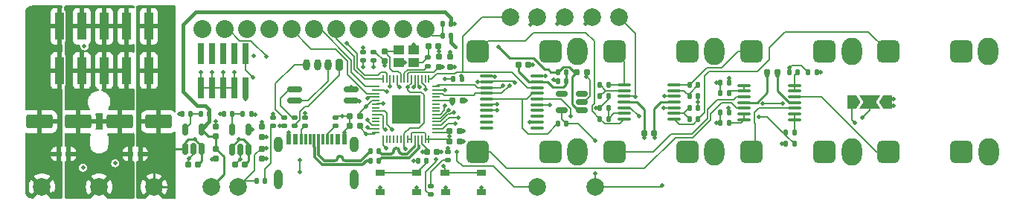
<source format=gbr>
%TF.GenerationSoftware,KiCad,Pcbnew,(6.0.2)*%
%TF.CreationDate,2022-03-16T17:45:16-04:00*%
%TF.ProjectId,cv_sequencer,63765f73-6571-4756-956e-6365722e6b69,0.1*%
%TF.SameCoordinates,Original*%
%TF.FileFunction,Copper,L4,Bot*%
%TF.FilePolarity,Positive*%
%FSLAX46Y46*%
G04 Gerber Fmt 4.6, Leading zero omitted, Abs format (unit mm)*
G04 Created by KiCad (PCBNEW (6.0.2)) date 2022-03-16 17:45:16*
%MOMM*%
%LPD*%
G01*
G04 APERTURE LIST*
G04 Aperture macros list*
%AMRoundRect*
0 Rectangle with rounded corners*
0 $1 Rounding radius*
0 $2 $3 $4 $5 $6 $7 $8 $9 X,Y pos of 4 corners*
0 Add a 4 corners polygon primitive as box body*
4,1,4,$2,$3,$4,$5,$6,$7,$8,$9,$2,$3,0*
0 Add four circle primitives for the rounded corners*
1,1,$1+$1,$2,$3*
1,1,$1+$1,$4,$5*
1,1,$1+$1,$6,$7*
1,1,$1+$1,$8,$9*
0 Add four rect primitives between the rounded corners*
20,1,$1+$1,$2,$3,$4,$5,0*
20,1,$1+$1,$4,$5,$6,$7,0*
20,1,$1+$1,$6,$7,$8,$9,0*
20,1,$1+$1,$8,$9,$2,$3,0*%
%AMFreePoly0*
4,1,6,1.000000,0.000000,0.500000,-0.750000,-0.500000,-0.750000,-0.500000,0.750000,0.500000,0.750000,1.000000,0.000000,1.000000,0.000000,$1*%
%AMFreePoly1*
4,1,7,0.700000,0.000000,1.200000,-0.750000,-1.200000,-0.750000,-0.700000,0.000000,-1.200000,0.750000,1.200000,0.750000,0.700000,0.000000,0.700000,0.000000,$1*%
G04 Aperture macros list end*
%TA.AperFunction,SMDPad,CuDef*%
%ADD10RoundRect,0.250000X1.250000X0.550000X-1.250000X0.550000X-1.250000X-0.550000X1.250000X-0.550000X0*%
%TD*%
%TA.AperFunction,SMDPad,CuDef*%
%ADD11R,0.304800X1.143000*%
%TD*%
%TA.AperFunction,SMDPad,CuDef*%
%ADD12R,0.609600X1.143000*%
%TD*%
%TA.AperFunction,ComponentPad*%
%ADD13O,0.990600X2.209800*%
%TD*%
%TA.AperFunction,ComponentPad*%
%ADD14O,0.990600X1.803400*%
%TD*%
%TA.AperFunction,SMDPad,CuDef*%
%ADD15C,2.000000*%
%TD*%
%TA.AperFunction,SMDPad,CuDef*%
%ADD16RoundRect,0.155000X0.212500X0.155000X-0.212500X0.155000X-0.212500X-0.155000X0.212500X-0.155000X0*%
%TD*%
%TA.AperFunction,SMDPad,CuDef*%
%ADD17RoundRect,0.147500X-0.147500X-0.172500X0.147500X-0.172500X0.147500X0.172500X-0.147500X0.172500X0*%
%TD*%
%TA.AperFunction,SMDPad,CuDef*%
%ADD18RoundRect,0.147500X0.147500X0.172500X-0.147500X0.172500X-0.147500X-0.172500X0.147500X-0.172500X0*%
%TD*%
%TA.AperFunction,SMDPad,CuDef*%
%ADD19RoundRect,0.147500X0.172500X-0.147500X0.172500X0.147500X-0.172500X0.147500X-0.172500X-0.147500X0*%
%TD*%
%TA.AperFunction,ComponentPad*%
%ADD20O,0.800000X1.300000*%
%TD*%
%TA.AperFunction,ComponentPad*%
%ADD21RoundRect,0.200000X0.200000X0.450000X-0.200000X0.450000X-0.200000X-0.450000X0.200000X-0.450000X0*%
%TD*%
%TA.AperFunction,SMDPad,CuDef*%
%ADD22FreePoly0,0.000000*%
%TD*%
%TA.AperFunction,SMDPad,CuDef*%
%ADD23FreePoly1,180.000000*%
%TD*%
%TA.AperFunction,SMDPad,CuDef*%
%ADD24FreePoly0,180.000000*%
%TD*%
%TA.AperFunction,ComponentPad*%
%ADD25O,2.300000X3.100000*%
%TD*%
%TA.AperFunction,ComponentPad*%
%ADD26RoundRect,0.650000X0.650000X-0.650000X0.650000X0.650000X-0.650000X0.650000X-0.650000X-0.650000X0*%
%TD*%
%TA.AperFunction,ComponentPad*%
%ADD27C,2.032000*%
%TD*%
%TA.AperFunction,SMDPad,CuDef*%
%ADD28RoundRect,0.155000X-0.212500X-0.155000X0.212500X-0.155000X0.212500X0.155000X-0.212500X0.155000X0*%
%TD*%
%TA.AperFunction,SMDPad,CuDef*%
%ADD29RoundRect,0.155000X-0.155000X0.212500X-0.155000X-0.212500X0.155000X-0.212500X0.155000X0.212500X0*%
%TD*%
%TA.AperFunction,SMDPad,CuDef*%
%ADD30RoundRect,0.155000X0.155000X-0.212500X0.155000X0.212500X-0.155000X0.212500X-0.155000X-0.212500X0*%
%TD*%
%TA.AperFunction,SMDPad,CuDef*%
%ADD31RoundRect,0.150000X0.150000X-0.512500X0.150000X0.512500X-0.150000X0.512500X-0.150000X-0.512500X0*%
%TD*%
%TA.AperFunction,SMDPad,CuDef*%
%ADD32R,1.000000X3.150000*%
%TD*%
%TA.AperFunction,SMDPad,CuDef*%
%ADD33R,1.050000X0.650000*%
%TD*%
%TA.AperFunction,SMDPad,CuDef*%
%ADD34RoundRect,0.100000X-0.637500X-0.100000X0.637500X-0.100000X0.637500X0.100000X-0.637500X0.100000X0*%
%TD*%
%TA.AperFunction,SMDPad,CuDef*%
%ADD35RoundRect,0.147500X-0.172500X0.147500X-0.172500X-0.147500X0.172500X-0.147500X0.172500X0.147500X0*%
%TD*%
%TA.AperFunction,SMDPad,CuDef*%
%ADD36RoundRect,0.100000X0.637500X0.100000X-0.637500X0.100000X-0.637500X-0.100000X0.637500X-0.100000X0*%
%TD*%
%TA.AperFunction,SMDPad,CuDef*%
%ADD37RoundRect,0.050000X-0.050000X-0.387500X0.050000X-0.387500X0.050000X0.387500X-0.050000X0.387500X0*%
%TD*%
%TA.AperFunction,SMDPad,CuDef*%
%ADD38RoundRect,0.050000X-0.387500X-0.050000X0.387500X-0.050000X0.387500X0.050000X-0.387500X0.050000X0*%
%TD*%
%TA.AperFunction,ComponentPad*%
%ADD39C,0.508000*%
%TD*%
%TA.AperFunction,SMDPad,CuDef*%
%ADD40R,3.200000X3.200000*%
%TD*%
%TA.AperFunction,SMDPad,CuDef*%
%ADD41RoundRect,0.150000X0.512500X0.150000X-0.512500X0.150000X-0.512500X-0.150000X0.512500X-0.150000X0*%
%TD*%
%TA.AperFunction,SMDPad,CuDef*%
%ADD42RoundRect,0.150000X-0.662500X-0.150000X0.662500X-0.150000X0.662500X0.150000X-0.662500X0.150000X0*%
%TD*%
%TA.AperFunction,SMDPad,CuDef*%
%ADD43R,0.740000X2.400000*%
%TD*%
%TA.AperFunction,SMDPad,CuDef*%
%ADD44R,1.150000X1.000000*%
%TD*%
%TA.AperFunction,ViaPad*%
%ADD45C,0.508000*%
%TD*%
%TA.AperFunction,Conductor*%
%ADD46C,0.152400*%
%TD*%
%TA.AperFunction,Conductor*%
%ADD47C,0.254000*%
%TD*%
%TA.AperFunction,Conductor*%
%ADD48C,0.406400*%
%TD*%
%TA.AperFunction,Conductor*%
%ADD49C,0.314960*%
%TD*%
G04 APERTURE END LIST*
D10*
%TO.P,C21,1*%
%TO.N,GND*%
X112944000Y-77927200D03*
%TO.P,C21,2*%
%TO.N,VSS*%
X108544000Y-77927200D03*
%TD*%
D11*
%TO.P,J4,B8,SBU2*%
%TO.N,unconnected-(J4-PadB8)*%
X141805541Y-79952261D03*
%TO.P,J4,B7,DN2*%
%TO.N,unconnected-(J4-PadB7)*%
X140805540Y-79952261D03*
%TO.P,J4,B6,DP2*%
%TO.N,unconnected-(J4-PadB6)*%
X139305541Y-79952261D03*
%TO.P,J4,B5,CC2*%
%TO.N,/USB_CC2*%
X138305540Y-79952261D03*
D12*
%TO.P,J4,B4/A9,VBUS*%
%TO.N,unconnected-(J4-PadB4/A9)*%
X137655600Y-79952261D03*
%TO.P,J4,B1/A12,GND*%
%TO.N,GND*%
X136855601Y-79952261D03*
D11*
%TO.P,J4,A8,SBU1*%
%TO.N,unconnected-(J4-PadA8)*%
X138805600Y-79952261D03*
%TO.P,J4,A7,DN1*%
%TO.N,/USB_D-*%
X139805600Y-79952261D03*
%TO.P,J4,A6,DP1*%
%TO.N,/USB_D+*%
X140305600Y-79952261D03*
%TO.P,J4,A5,CC1*%
%TO.N,/USB_CC1*%
X141305600Y-79952261D03*
D12*
%TO.P,J4,A4/B9,VBUS*%
%TO.N,unconnected-(J4-PadA4/B9)*%
X142455600Y-79952261D03*
%TO.P,J4,A1/B12,GND*%
%TO.N,GND*%
X143255601Y-79952261D03*
D13*
%TO.P,J4,*%
%TO.N,*%
X135735600Y-84527261D03*
X144375600Y-84527261D03*
D14*
X135735600Y-80527260D03*
X144375600Y-80527260D03*
%TD*%
D15*
%TO.P,TP27,1,1*%
%TO.N,/IO Jacks/VREF_5V0*%
X171754800Y-85344000D03*
%TD*%
D16*
%TO.P,C22,1*%
%TO.N,GND*%
X170798300Y-72288400D03*
%TO.P,C22,2*%
%TO.N,/5V3*%
X169663300Y-72288400D03*
%TD*%
%TO.P,C3,2*%
%TO.N,/IO Jacks/DAC_VDD*%
X163008500Y-71424800D03*
%TO.P,C3,1*%
%TO.N,GND*%
X164143500Y-71424800D03*
%TD*%
D17*
%TO.P,R38,2*%
%TO.N,/IO Jacks/DAC_VDD*%
X168480600Y-73355200D03*
%TO.P,R38,1*%
%TO.N,VCC*%
X167510600Y-73355200D03*
%TD*%
D18*
%TO.P,R37,1*%
%TO.N,/IO Jacks/VREF_5V0*%
X168480600Y-78130400D03*
%TO.P,R37,2*%
%TO.N,Net-(U6-Pad16)*%
X167510600Y-78130400D03*
%TD*%
D17*
%TO.P,R36,2*%
%TO.N,/IO Jacks/DAC_VDD*%
X168480600Y-72288400D03*
%TO.P,R36,1*%
%TO.N,/5V3*%
X167510600Y-72288400D03*
%TD*%
D19*
%TO.P,U11,1,A*%
%TO.N,/STAT_LED*%
X153060400Y-86235400D03*
%TO.P,U11,2,K*%
%TO.N,Net-(R35-Pad1)*%
X153060400Y-85265400D03*
%TD*%
D17*
%TO.P,U10,1,A*%
%TO.N,VCC*%
X133220600Y-84683600D03*
%TO.P,U10,2,K*%
%TO.N,Net-(R34-Pad1)*%
X134190600Y-84683600D03*
%TD*%
D19*
%TO.P,R35,2*%
%TO.N,GND*%
X154990800Y-81353800D03*
%TO.P,R35,1*%
%TO.N,Net-(R35-Pad1)*%
X154990800Y-82323800D03*
%TD*%
%TO.P,R34,2*%
%TO.N,GND*%
X135128000Y-77442200D03*
%TO.P,R34,1*%
%TO.N,Net-(R34-Pad1)*%
X135128000Y-78412200D03*
%TD*%
D20*
%TO.P,J1,4*%
%TO.N,/MIDI_OUT_SRC*%
X138896400Y-71424800D03*
%TO.P,J1,3*%
%TO.N,/UART_TX*%
X140146400Y-71424800D03*
%TO.P,J1,2*%
%TO.N,/MIDI_SRC*%
X141396400Y-71424800D03*
D21*
%TO.P,J1,1*%
%TO.N,/MIDI_SNK*%
X142646400Y-71424800D03*
%TD*%
D22*
%TO.P,J5,3*%
%TO.N,/IO Jacks/VREF_5V0*%
X201006808Y-75711888D03*
D23*
%TO.P,J5,2*%
%TO.N,/IO Jacks/CVx_REF*%
X203006808Y-75711888D03*
D24*
%TO.P,J5,1*%
%TO.N,GND*%
X205006808Y-75711888D03*
%TD*%
D25*
%TO.P,J12,S,S*%
%TO.N,GND*%
X200942400Y-69977000D03*
D26*
%TO.P,J12,T,T*%
%TO.N,/IO Jacks/CV2_OUT*%
X189542400Y-69977000D03*
%TO.P,J12,TN,TN*%
%TO.N,unconnected-(J12-PadTN)*%
X197842400Y-69977000D03*
%TD*%
D25*
%TO.P,J8,S,S*%
%TO.N,GND*%
X200942400Y-81407000D03*
D26*
%TO.P,J8,T,T*%
%TO.N,/IO Jacks/TRIG2*%
X189542400Y-81407000D03*
%TO.P,J8,TN,TN*%
%TO.N,unconnected-(J8-PadTN)*%
X197842400Y-81407000D03*
%TD*%
D25*
%TO.P,J6,S,S*%
%TO.N,GND*%
X169751200Y-81407000D03*
D26*
%TO.P,J6,T,T*%
%TO.N,/IO Jacks/TRIG0*%
X158351200Y-81407000D03*
%TO.P,J6,TN,TN*%
%TO.N,unconnected-(J6-PadTN)*%
X166651200Y-81407000D03*
%TD*%
D25*
%TO.P,J10,S,S*%
%TO.N,GND*%
X169751200Y-69977000D03*
D26*
%TO.P,J10,T,T*%
%TO.N,/IO Jacks/CV0_OUT*%
X158351200Y-69977000D03*
%TO.P,J10,TN,TN*%
%TO.N,unconnected-(J10-PadTN)*%
X166651200Y-69977000D03*
%TD*%
D25*
%TO.P,J13,S,S*%
%TO.N,GND*%
X216489000Y-69977000D03*
D26*
%TO.P,J13,T,T*%
%TO.N,/IO Jacks/CV3_OUT*%
X205089000Y-69977000D03*
%TO.P,J13,TN,TN*%
%TO.N,unconnected-(J13-PadTN)*%
X213389000Y-69977000D03*
%TD*%
D25*
%TO.P,J9,S,S*%
%TO.N,GND*%
X216538000Y-81407000D03*
D26*
%TO.P,J9,T,T*%
%TO.N,/IO Jacks/TRIG3*%
X205138000Y-81407000D03*
%TO.P,J9,TN,TN*%
%TO.N,unconnected-(J9-PadTN)*%
X213438000Y-81407000D03*
%TD*%
D25*
%TO.P,J11,S,S*%
%TO.N,GND*%
X185346800Y-69977000D03*
D26*
%TO.P,J11,T,T*%
%TO.N,/IO Jacks/CV1_OUT*%
X173946800Y-69977000D03*
%TO.P,J11,TN,TN*%
%TO.N,unconnected-(J11-PadTN)*%
X182246800Y-69977000D03*
%TD*%
D27*
%TO.P,U1,1,VIN*%
%TO.N,/LCD_VIN*%
X152463500Y-67437000D03*
%TO.P,U1,2,3V3*%
%TO.N,unconnected-(U1-Pad2)*%
X149923500Y-67437000D03*
%TO.P,U1,3,GND*%
%TO.N,GND*%
X147383500Y-67437000D03*
%TO.P,U1,4,SCK*%
%TO.N,/LCD{slash}SD_SCK*%
X144843500Y-67437000D03*
%TO.P,U1,5,MISO*%
%TO.N,/SD_SDO*%
X142303500Y-67437000D03*
%TO.P,U1,6,MOSI*%
%TO.N,/LCD{slash}SD_SDI*%
X139763500Y-67437000D03*
%TO.P,U1,7,TFT_CS*%
%TO.N,/LCD_CS*%
X137223500Y-67437000D03*
%TO.P,U1,8,RST*%
%TO.N,/LCD_RST*%
X134683500Y-67437000D03*
%TO.P,U1,9,DC*%
%TO.N,/LCD_DC*%
X132143500Y-67437000D03*
%TO.P,U1,10,SD_CS*%
%TO.N,/SD_CS*%
X129603500Y-67437000D03*
%TO.P,U1,11,BL*%
%TO.N,unconnected-(U1-Pad11)*%
X127063500Y-67437000D03*
%TD*%
D25*
%TO.P,J7,S,S*%
%TO.N,GND*%
X185346800Y-81407000D03*
D26*
%TO.P,J7,T,T*%
%TO.N,/IO Jacks/TRIG1*%
X173946800Y-81407000D03*
%TO.P,J7,TN,TN*%
%TO.N,unconnected-(J7-PadTN)*%
X182246800Y-81407000D03*
%TD*%
D16*
%TO.P,C2,1*%
%TO.N,GND*%
X156320300Y-80162400D03*
%TO.P,C2,2*%
%TO.N,VCC*%
X155185300Y-80162400D03*
%TD*%
D28*
%TO.P,C16,2*%
%TO.N,VDD*%
X126597100Y-82774400D03*
%TO.P,C16,1*%
%TO.N,GND*%
X125462100Y-82774400D03*
%TD*%
D17*
%TO.P,R16,2*%
%TO.N,GND*%
X186971800Y-73456800D03*
%TO.P,R16,1*%
%TO.N,/IO_TRIG1*%
X186001800Y-73456800D03*
%TD*%
D29*
%TO.P,C14,2*%
%TO.N,/5V3*%
X128620400Y-79582700D03*
%TO.P,C14,1*%
%TO.N,GND*%
X128620400Y-78447700D03*
%TD*%
D28*
%TO.P,C17,2*%
%TO.N,VDD*%
X131931100Y-82774400D03*
%TO.P,C17,1*%
%TO.N,GND*%
X130796100Y-82774400D03*
%TD*%
D30*
%TO.P,C10,2*%
%TO.N,GND*%
X155295600Y-70552500D03*
%TO.P,C10,1*%
%TO.N,/VREG_1V2*%
X155295600Y-71687500D03*
%TD*%
D31*
%TO.P,U3,1,IN*%
%TO.N,VDD*%
X132313599Y-81117900D03*
%TO.P,U3,2,GND*%
%TO.N,GND*%
X131363599Y-81117900D03*
%TO.P,U3,3,EN*%
%TO.N,VDD*%
X130413599Y-81117900D03*
%TO.P,U3,4,ADJ*%
%TO.N,Net-(R10-Pad1)*%
X130413599Y-78842900D03*
%TO.P,U3,5,OUT*%
%TO.N,VCC*%
X132313599Y-78842900D03*
%TD*%
D17*
%TO.P,R19,2*%
%TO.N,/IO Jacks/TRIG0_FB*%
X186971800Y-78028800D03*
%TO.P,R19,1*%
%TO.N,/IO_TRIG0*%
X186001800Y-78028800D03*
%TD*%
%TO.P,R6,2*%
%TO.N,/D+*%
X147144600Y-81280000D03*
%TO.P,R6,1*%
%TO.N,/USB_D+*%
X146174600Y-81280000D03*
%TD*%
D15*
%TO.P,TP22,1,1*%
%TO.N,/IO_SDO*%
X168300400Y-66014270D03*
%TD*%
D17*
%TO.P,R22,2*%
%TO.N,/IO Jacks/TRIG3_FB*%
X194795000Y-72288400D03*
%TO.P,R22,1*%
%TO.N,/IO_TRIG3*%
X193825000Y-72288400D03*
%TD*%
D29*
%TO.P,C4,2*%
%TO.N,VCC*%
X154025600Y-71687500D03*
%TO.P,C4,1*%
%TO.N,GND*%
X154025600Y-70552500D03*
%TD*%
D17*
%TO.P,R21,2*%
%TO.N,/IO Jacks/TRIG2_FB*%
X194416400Y-79197200D03*
%TO.P,R21,1*%
%TO.N,/IO_TRIG2*%
X193446400Y-79197200D03*
%TD*%
D16*
%TO.P,C24,2*%
%TO.N,VDD*%
X191354900Y-72288400D03*
%TO.P,C24,1*%
%TO.N,VSS*%
X192489900Y-72288400D03*
%TD*%
D18*
%TO.P,R10,2*%
%TO.N,GND*%
X129512200Y-77084800D03*
%TO.P,R10,1*%
%TO.N,Net-(R10-Pad1)*%
X130482200Y-77084800D03*
%TD*%
%TO.P,R9,2*%
%TO.N,Net-(R10-Pad1)*%
X131645800Y-77084800D03*
%TO.P,R9,1*%
%TO.N,VCC*%
X132615800Y-77084800D03*
%TD*%
D32*
%TO.P,J3,1,Pin_1*%
%TO.N,VDD*%
X120958600Y-72121000D03*
%TO.P,J3,2,Pin_2*%
X120958600Y-67071000D03*
%TO.P,J3,3,Pin_3*%
%TO.N,GND*%
X118418600Y-72121000D03*
%TO.P,J3,4,Pin_4*%
X118418600Y-67071000D03*
%TO.P,J3,5,Pin_5*%
X115878600Y-72121000D03*
%TO.P,J3,6,Pin_6*%
X115878600Y-67071000D03*
%TO.P,J3,7,Pin_7*%
X113338600Y-72121000D03*
%TO.P,J3,8,Pin_8*%
X113338600Y-67071000D03*
%TO.P,J3,9,Pin_9*%
%TO.N,VSS*%
X110798600Y-72121000D03*
%TO.P,J3,10,Pin_10*%
X110798600Y-67071000D03*
%TD*%
D15*
%TO.P,TP19,1,1*%
%TO.N,/IO_SDI*%
X171399200Y-66014270D03*
%TD*%
D33*
%TO.P,SW2,1,1*%
%TO.N,GND*%
X151483000Y-85911009D03*
X147333000Y-85911009D03*
%TO.P,SW2,2,2*%
%TO.N,/BOOTSEL*%
X151458000Y-83761009D03*
X147333000Y-83761009D03*
%TD*%
D34*
%TO.P,U7,1,1OUT*%
%TO.N,/IO Jacks/CV0_OUT*%
X175051420Y-77652680D03*
%TO.P,U7,2,1IN-*%
%TO.N,/IO Jacks/CV0_FB*%
X175051420Y-77002680D03*
%TO.P,U7,3,1IN+*%
%TO.N,/IO Jacks/DAC_VOUT0*%
X175051420Y-76352680D03*
%TO.P,U7,4,VCC*%
%TO.N,VDD*%
X175051420Y-75702680D03*
%TO.P,U7,5,2IN+*%
%TO.N,/IO Jacks/DAC_VOUT1*%
X175051420Y-75052680D03*
%TO.P,U7,6,2IN-*%
%TO.N,/IO Jacks/CV1_FB*%
X175051420Y-74402680D03*
%TO.P,U7,7,2OUT*%
%TO.N,/IO Jacks/CV1_OUT*%
X175051420Y-73752680D03*
%TO.P,U7,8,3OUT*%
%TO.N,/IO Jacks/CV2_OUT*%
X180776420Y-73752680D03*
%TO.P,U7,9,3IN-*%
%TO.N,/IO Jacks/CV2_FB*%
X180776420Y-74402680D03*
%TO.P,U7,10,3IN+*%
%TO.N,/IO Jacks/DAC_VOUT2*%
X180776420Y-75052680D03*
%TO.P,U7,11,VEE*%
%TO.N,VSS*%
X180776420Y-75702680D03*
%TO.P,U7,12,4IN+*%
%TO.N,/IO Jacks/DAC_VOUT3*%
X180776420Y-76352680D03*
%TO.P,U7,13,4IN-*%
%TO.N,/IO Jacks/CV3_FB*%
X180776420Y-77002680D03*
%TO.P,U7,14,4OUT*%
%TO.N,/IO Jacks/CV3_OUT*%
X180776420Y-77652680D03*
%TD*%
D17*
%TO.P,R18,2*%
%TO.N,GND*%
X196979400Y-72288400D03*
%TO.P,R18,1*%
%TO.N,/IO_TRIG3*%
X196009400Y-72288400D03*
%TD*%
D35*
%TO.P,R31,2*%
%TO.N,/MIDI_SNK*%
X137566400Y-78412200D03*
%TO.P,R31,1*%
%TO.N,/MIDI_R*%
X137566400Y-77442200D03*
%TD*%
D18*
%TO.P,R11,2*%
%TO.N,Net-(R11-Pad2)*%
X126870600Y-77084800D03*
%TO.P,R11,1*%
%TO.N,/5V3*%
X127840600Y-77084800D03*
%TD*%
D17*
%TO.P,R28,2*%
%TO.N,/IO Jacks/CV1_OUT*%
X173268120Y-73772280D03*
%TO.P,R28,1*%
%TO.N,/IO Jacks/CV1_FB*%
X172298120Y-73772280D03*
%TD*%
D19*
%TO.P,R13,2*%
%TO.N,GND*%
X142189200Y-77442200D03*
%TO.P,R13,1*%
%TO.N,/USB_CC1*%
X142189200Y-78412200D03*
%TD*%
D28*
%TO.P,C12,1*%
%TO.N,/VREG_1V2*%
X152594500Y-81330800D03*
%TO.P,C12,2*%
%TO.N,GND*%
X153729500Y-81330800D03*
%TD*%
D15*
%TO.P,TP13,1,1*%
%TO.N,VDD*%
X121564400Y-85344000D03*
%TD*%
D18*
%TO.P,R24,2*%
%TO.N,/IO Jacks/CV1_FB*%
X172298120Y-75059213D03*
%TO.P,R24,1*%
%TO.N,/IO Jacks/CVx_REF*%
X173268120Y-75059213D03*
%TD*%
D15*
%TO.P,TP23,1,1*%
%TO.N,/IO_CS*%
X162102800Y-66014270D03*
%TD*%
D16*
%TO.P,C8,2*%
%TO.N,Net-(C8-Pad2)*%
X152797700Y-69342000D03*
%TO.P,C8,1*%
%TO.N,GND*%
X153932700Y-69342000D03*
%TD*%
%TO.P,C1,2*%
%TO.N,VCC*%
X155185300Y-78994000D03*
%TO.P,C1,1*%
%TO.N,GND*%
X156320300Y-78994000D03*
%TD*%
D17*
%TO.P,R8,2*%
%TO.N,VCC*%
X156593400Y-73101200D03*
%TO.P,R8,1*%
%TO.N,/~{RESET}*%
X155623400Y-73101200D03*
%TD*%
D36*
%TO.P,U6,1,~{LAT1}*%
%TO.N,GND*%
X165168500Y-72767000D03*
%TO.P,U6,2,VDD*%
%TO.N,/IO Jacks/DAC_VDD*%
X165168500Y-73417000D03*
%TO.P,U6,3,~{CS}*%
%TO.N,/IO_CS*%
X165168500Y-74067000D03*
%TO.P,U6,4,VREF0*%
%TO.N,Net-(U6-Pad16)*%
X165168500Y-74717000D03*
%TO.P,U6,5,VOUT0*%
%TO.N,/IO Jacks/DAC_VOUT0*%
X165168500Y-75367000D03*
%TO.P,U6,6,VOUT2*%
%TO.N,/IO Jacks/DAC_VOUT2*%
X165168500Y-76017000D03*
%TO.P,U6,7*%
%TO.N,unconnected-(U6-Pad7)*%
X165168500Y-76667000D03*
%TO.P,U6,8*%
%TO.N,unconnected-(U6-Pad8)*%
X165168500Y-77317000D03*
%TO.P,U6,9,VSS*%
%TO.N,GND*%
X165168500Y-77967000D03*
%TO.P,U6,10*%
%TO.N,unconnected-(U6-Pad10)*%
X165168500Y-78617000D03*
%TO.P,U6,11*%
%TO.N,unconnected-(U6-Pad11)*%
X159443500Y-78617000D03*
%TO.P,U6,12*%
%TO.N,unconnected-(U6-Pad12)*%
X159443500Y-77967000D03*
%TO.P,U6,13*%
%TO.N,unconnected-(U6-Pad13)*%
X159443500Y-77317000D03*
%TO.P,U6,14,VOUT3*%
%TO.N,/IO Jacks/DAC_VOUT3*%
X159443500Y-76667000D03*
%TO.P,U6,15,VOUT1*%
%TO.N,/IO Jacks/DAC_VOUT1*%
X159443500Y-76017000D03*
%TO.P,U6,16,VREF1*%
%TO.N,Net-(U6-Pad16)*%
X159443500Y-75367000D03*
%TO.P,U6,17,SDO*%
%TO.N,/IO_SDO*%
X159443500Y-74717000D03*
%TO.P,U6,18,SCK*%
%TO.N,/IO_SCK*%
X159443500Y-74067000D03*
%TO.P,U6,19,SDI*%
%TO.N,/IO_SDI*%
X159443500Y-73417000D03*
%TO.P,U6,20,~{LAT0}*%
%TO.N,GND*%
X159443500Y-72767000D03*
%TD*%
D31*
%TO.P,U4,1,IN*%
%TO.N,VDD*%
X126979600Y-81067100D03*
%TO.P,U4,2,GND*%
%TO.N,GND*%
X126029600Y-81067100D03*
%TO.P,U4,3,EN*%
%TO.N,VDD*%
X125079600Y-81067100D03*
%TO.P,U4,4,ADJ*%
%TO.N,Net-(R11-Pad2)*%
X125079600Y-78792100D03*
%TO.P,U4,5,OUT*%
%TO.N,/5V3*%
X126979600Y-78792100D03*
%TD*%
D30*
%TO.P,C15,2*%
%TO.N,/5V3*%
X128620401Y-80987700D03*
%TO.P,C15,1*%
%TO.N,GND*%
X128620401Y-82122700D03*
%TD*%
D10*
%TO.P,C20,1*%
%TO.N,VDD*%
X122088000Y-77927200D03*
%TO.P,C20,2*%
%TO.N,GND*%
X117688000Y-77927200D03*
%TD*%
D15*
%TO.P,TP9,1,1*%
%TO.N,VCC*%
X131165600Y-85344000D03*
%TD*%
D37*
%TO.P,U2,56,~{QSPI_SS}*%
%TO.N,Net-(R5-Pad1)*%
X147641000Y-79967700D03*
%TO.P,U2,55,QSPI_SD1*%
%TO.N,unconnected-(U2-Pad55)*%
X148041000Y-79967700D03*
%TO.P,U2,54,QSPI_SD2*%
%TO.N,unconnected-(U2-Pad54)*%
X148441000Y-79967700D03*
%TO.P,U2,53,QSPI_SD0*%
%TO.N,unconnected-(U2-Pad53)*%
X148841000Y-79967700D03*
%TO.P,U2,52,QSPI_SCLK*%
%TO.N,unconnected-(U2-Pad52)*%
X149241000Y-79967700D03*
%TO.P,U2,51,QSPI_SD3*%
%TO.N,unconnected-(U2-Pad51)*%
X149641000Y-79967700D03*
%TO.P,U2,50,DVDD*%
%TO.N,/VREG_1V2*%
X150041000Y-79967700D03*
%TO.P,U2,49,IOVDD*%
%TO.N,VCC*%
X150441000Y-79967700D03*
%TO.P,U2,48,USB_VDD*%
X150841000Y-79967700D03*
%TO.P,U2,47,USB_DP*%
%TO.N,/D+*%
X151241000Y-79967700D03*
%TO.P,U2,46,USB_DM*%
%TO.N,/D-*%
X151641000Y-79967700D03*
%TO.P,U2,45,VREG_VOUT*%
%TO.N,/VREG_1V2*%
X152041000Y-79967700D03*
%TO.P,U2,44,VREG_VIN*%
%TO.N,VCC*%
X152441000Y-79967700D03*
%TO.P,U2,43,ADC_AVDD*%
X152841000Y-79967700D03*
D38*
%TO.P,U2,42,IOVDD*%
X153678500Y-79130200D03*
%TO.P,U2,41,GPIO29/ADC3*%
%TO.N,/IO_TRIG0*%
X153678500Y-78730200D03*
%TO.P,U2,40,GPIO28/ADC2*%
%TO.N,/IO_TRIG2*%
X153678500Y-78330200D03*
%TO.P,U2,39,GPIO27/ADC1*%
%TO.N,/IO_TRIG1*%
X153678500Y-77930200D03*
%TO.P,U2,38,GPIO26/ADC0*%
%TO.N,/IO_TRIG3*%
X153678500Y-77530200D03*
%TO.P,U2,37,GPIO25*%
%TO.N,/STAT_LED*%
X153678500Y-77130200D03*
%TO.P,U2,36,GPIO24*%
%TO.N,unconnected-(U2-Pad36)*%
X153678500Y-76730200D03*
%TO.P,U2,35,GPIO23*%
%TO.N,unconnected-(U2-Pad35)*%
X153678500Y-76330200D03*
%TO.P,U2,34,GPIO22*%
%TO.N,unconnected-(U2-Pad34)*%
X153678500Y-75930200D03*
%TO.P,U2,33,IOVDD*%
%TO.N,VCC*%
X153678500Y-75530200D03*
%TO.P,U2,32,GPIO21*%
%TO.N,unconnected-(U2-Pad32)*%
X153678500Y-75130200D03*
%TO.P,U2,31,GPIO20*%
%TO.N,/IO_SDO*%
X153678500Y-74730200D03*
%TO.P,U2,30,GPIO19*%
%TO.N,/IO_SDI*%
X153678500Y-74330200D03*
%TO.P,U2,29,GPIO18*%
%TO.N,/IO_SCK*%
X153678500Y-73930200D03*
D37*
%TO.P,U2,28,GPIO17*%
%TO.N,/IO_CS*%
X152841000Y-73092700D03*
%TO.P,U2,27,GPIO16*%
%TO.N,unconnected-(U2-Pad27)*%
X152441000Y-73092700D03*
%TO.P,U2,26,RUN*%
%TO.N,/~{RESET}*%
X152041000Y-73092700D03*
%TO.P,U2,25,SWDIO*%
%TO.N,/SWDIO*%
X151641000Y-73092700D03*
%TO.P,U2,24,SWCLK*%
%TO.N,/SWCLK*%
X151241000Y-73092700D03*
%TO.P,U2,23,DVDD*%
%TO.N,/VREG_1V2*%
X150841000Y-73092700D03*
%TO.P,U2,22,IOVDD*%
%TO.N,VCC*%
X150441000Y-73092700D03*
%TO.P,U2,21,XOUT*%
%TO.N,/XOUT*%
X150041000Y-73092700D03*
%TO.P,U2,20,XIN*%
%TO.N,/XIN*%
X149641000Y-73092700D03*
%TO.P,U2,19,TESTEN*%
%TO.N,GND*%
X149241000Y-73092700D03*
%TO.P,U2,18,GPIO15*%
%TO.N,unconnected-(U2-Pad18)*%
X148841000Y-73092700D03*
%TO.P,U2,17,GPIO14*%
%TO.N,/LCD_DC*%
X148441000Y-73092700D03*
%TO.P,U2,16,GPIO13*%
%TO.N,/LCD_RST*%
X148041000Y-73092700D03*
%TO.P,U2,15,GPIO12*%
%TO.N,/SD_SDO*%
X147641000Y-73092700D03*
D38*
%TO.P,U2,14,GPIO11*%
%TO.N,/LCD{slash}SD_SDI*%
X146803500Y-73930200D03*
%TO.P,U2,13,GPIO10*%
%TO.N,/LCD{slash}SD_SCK*%
X146803500Y-74330200D03*
%TO.P,U2,12,GPIO9*%
%TO.N,/LCD_CS*%
X146803500Y-74730200D03*
%TO.P,U2,11,GPIO8*%
%TO.N,/SD_CS*%
X146803500Y-75130200D03*
%TO.P,U2,10,IOVDD*%
%TO.N,VCC*%
X146803500Y-75530200D03*
%TO.P,U2,9,GPIO7*%
%TO.N,/ENC_BTN*%
X146803500Y-75930200D03*
%TO.P,U2,8,GPIO6*%
%TO.N,/ENC_2*%
X146803500Y-76330200D03*
%TO.P,U2,7,GPIO5*%
%TO.N,/ENC_1*%
X146803500Y-76730200D03*
%TO.P,U2,6,GPIO4*%
%TO.N,/ENC_0*%
X146803500Y-77130200D03*
%TO.P,U2,5,GPIO3*%
%TO.N,/I2C_SCL*%
X146803500Y-77530200D03*
%TO.P,U2,4,GPIO2*%
%TO.N,/I2C_SDA*%
X146803500Y-77930200D03*
%TO.P,U2,3,GPIO1*%
%TO.N,/UART_RX*%
X146803500Y-78330200D03*
%TO.P,U2,2,GPIO0*%
%TO.N,/UART_TX*%
X146803500Y-78730200D03*
%TO.P,U2,1,IOVDD*%
%TO.N,VCC*%
X146803500Y-79130200D03*
D39*
%TO.P,U2,0,GND*%
%TO.N,GND*%
X151441000Y-75330200D03*
X149041000Y-75330200D03*
D40*
X150241000Y-76530200D03*
D39*
X151441000Y-76130200D03*
X150641000Y-76930200D03*
X149041000Y-76930200D03*
X151441000Y-77730200D03*
X149841000Y-76930200D03*
X149841000Y-76130200D03*
X149841000Y-75330200D03*
X151441000Y-76930200D03*
X150638519Y-77730200D03*
X149841000Y-77730200D03*
X150641000Y-76130200D03*
X149041000Y-76130200D03*
X150641000Y-75330200D03*
X149041000Y-77730200D03*
%TD*%
D28*
%TO.P,C18,2*%
%TO.N,VDD*%
X119998300Y-81584800D03*
%TO.P,C18,1*%
%TO.N,GND*%
X118863300Y-81584800D03*
%TD*%
D41*
%TO.P,U5,1*%
%TO.N,unconnected-(U5-Pad1)*%
X170250700Y-74742000D03*
%TO.P,U5,2,GND*%
%TO.N,GND*%
X170250700Y-75692000D03*
%TO.P,U5,3,VIN*%
%TO.N,/5V3*%
X170250700Y-76642000D03*
%TO.P,U5,4,VOUT*%
%TO.N,/IO Jacks/VREF_5V0*%
X167975700Y-76642000D03*
%TO.P,U5,5*%
%TO.N,unconnected-(U5-Pad5)*%
X167975700Y-74742000D03*
%TD*%
D29*
%TO.P,C13,2*%
%TO.N,VCC*%
X133852800Y-79633500D03*
%TO.P,C13,1*%
%TO.N,GND*%
X133852800Y-78498500D03*
%TD*%
D18*
%TO.P,R3,2*%
%TO.N,/LCD_VIN*%
X154404200Y-68173600D03*
%TO.P,R3,1*%
%TO.N,VCC*%
X155374200Y-68173600D03*
%TD*%
D15*
%TO.P,TP24,1,1*%
%TO.N,/IO Jacks/DAC_VOUT1*%
X174498000Y-66040000D03*
%TD*%
D19*
%TO.P,R14,2*%
%TO.N,GND*%
X138734800Y-77442200D03*
%TO.P,R14,1*%
%TO.N,/USB_CC2*%
X138734800Y-78412200D03*
%TD*%
D18*
%TO.P,R17,2*%
%TO.N,GND*%
X193446400Y-80467200D03*
%TO.P,R17,1*%
%TO.N,/IO_TRIG2*%
X194416400Y-80467200D03*
%TD*%
%TO.P,R2,2*%
%TO.N,/LCD_VIN*%
X154404200Y-66802000D03*
%TO.P,R2,1*%
%TO.N,/5V3*%
X155374200Y-66802000D03*
%TD*%
%TO.P,R29,2*%
%TO.N,/IO Jacks/CV2_OUT*%
X182508920Y-73772280D03*
%TO.P,R29,1*%
%TO.N,/IO Jacks/CV2_FB*%
X183478920Y-73772280D03*
%TD*%
D30*
%TO.P,C11,2*%
%TO.N,VCC*%
X133852800Y-80987700D03*
%TO.P,C11,1*%
%TO.N,GND*%
X133852800Y-82122700D03*
%TD*%
D18*
%TO.P,R27,2*%
%TO.N,/IO Jacks/CV0_OUT*%
X172298120Y-77633080D03*
%TO.P,R27,1*%
%TO.N,/IO Jacks/CV0_FB*%
X173268120Y-77633080D03*
%TD*%
D16*
%TO.P,C23,2*%
%TO.N,VDD*%
X177346420Y-79256475D03*
%TO.P,C23,1*%
%TO.N,VSS*%
X178481420Y-79256475D03*
%TD*%
D42*
%TO.P,U9,1*%
%TO.N,/MIDI_SRC*%
X137584500Y-75565000D03*
%TO.P,U9,2*%
%TO.N,/MIDI_R*%
X137584500Y-74295000D03*
%TO.P,U9,3*%
%TO.N,GND*%
X143959500Y-74295000D03*
%TO.P,U9,4*%
%TO.N,/UART_RX*%
X143959500Y-75565000D03*
%TD*%
D18*
%TO.P,R25,2*%
%TO.N,/IO Jacks/CV2_FB*%
X182508920Y-75059213D03*
%TO.P,R25,1*%
%TO.N,/IO Jacks/CVx_REF*%
X183478920Y-75059213D03*
%TD*%
%TO.P,R12,2*%
%TO.N,GND*%
X124737000Y-77084800D03*
%TO.P,R12,1*%
%TO.N,Net-(R11-Pad2)*%
X125707000Y-77084800D03*
%TD*%
D43*
%TO.P,J2,10,RESET*%
%TO.N,/~{RESET}*%
X126898400Y-70186000D03*
%TO.P,J2,9,GND*%
%TO.N,GND*%
X126898400Y-74086000D03*
%TO.P,J2,8,NC*%
%TO.N,unconnected-(J2-Pad8)*%
X128168400Y-70186000D03*
%TO.P,J2,7,KEY*%
%TO.N,GND*%
X128168400Y-74086000D03*
%TO.P,J2,6,SWO*%
%TO.N,unconnected-(J2-Pad6)*%
X129438400Y-70186000D03*
%TO.P,J2,5,GND*%
%TO.N,GND*%
X129438400Y-74086000D03*
%TO.P,J2,4,SWCLK*%
%TO.N,/SWCLK*%
X130708400Y-70186000D03*
%TO.P,J2,3,GND*%
%TO.N,GND*%
X130708400Y-74086000D03*
%TO.P,J2,2,SWDIO*%
%TO.N,/SWDIO*%
X131978400Y-70186000D03*
%TO.P,J2,1,VCC*%
%TO.N,VCC*%
X131978400Y-74086000D03*
%TD*%
D28*
%TO.P,C9,2*%
%TO.N,VCC*%
X144991900Y-78384400D03*
%TO.P,C9,1*%
%TO.N,GND*%
X143856900Y-78384400D03*
%TD*%
D15*
%TO.P,TP28,1,1*%
%TO.N,/IO_TRIG0*%
X165201600Y-85344000D03*
%TD*%
%TO.P,TP17,1,1*%
%TO.N,GND*%
X115316000Y-85344000D03*
%TD*%
D33*
%TO.P,SW1,1,1*%
%TO.N,/~{RESET}*%
X154693800Y-83760991D03*
X158843800Y-83760991D03*
%TO.P,SW1,2,2*%
%TO.N,GND*%
X154718800Y-85910991D03*
X158843800Y-85910991D03*
%TD*%
D17*
%TO.P,R30,2*%
%TO.N,/IO Jacks/CV3_OUT*%
X183478920Y-77683880D03*
%TO.P,R30,1*%
%TO.N,/IO Jacks/CV3_FB*%
X182508920Y-77683880D03*
%TD*%
D35*
%TO.P,R32,2*%
%TO.N,/UART_RX*%
X145338800Y-70995400D03*
%TO.P,R32,1*%
%TO.N,VCC*%
X145338800Y-70025400D03*
%TD*%
D15*
%TO.P,TP10,1,1*%
%TO.N,/5V3*%
X128066800Y-85344000D03*
%TD*%
D35*
%TO.P,R4,2*%
%TO.N,/XOUT*%
X152689921Y-71611783D03*
%TO.P,R4,1*%
%TO.N,Net-(C8-Pad2)*%
X152689921Y-70641783D03*
%TD*%
D17*
%TO.P,R7,2*%
%TO.N,/D-*%
X147144600Y-82346800D03*
%TO.P,R7,1*%
%TO.N,/USB_D-*%
X146174600Y-82346800D03*
%TD*%
D35*
%TO.P,R33,2*%
%TO.N,VCC*%
X136398000Y-78412200D03*
%TO.P,R33,1*%
%TO.N,/MIDI_OUT_SRC*%
X136398000Y-77442200D03*
%TD*%
D28*
%TO.P,C7,2*%
%TO.N,VCC*%
X144991900Y-77266800D03*
%TO.P,C7,1*%
%TO.N,GND*%
X143856900Y-77266800D03*
%TD*%
D17*
%TO.P,R23,1*%
%TO.N,/IO Jacks/CVx_REF*%
X172298120Y-76363080D03*
%TO.P,R23,2*%
%TO.N,/IO Jacks/CV0_FB*%
X173268120Y-76363080D03*
%TD*%
D15*
%TO.P,TP14,1,1*%
%TO.N,VSS*%
X108813600Y-85344000D03*
%TD*%
D18*
%TO.P,R26,2*%
%TO.N,/IO Jacks/CV3_FB*%
X182508920Y-76413880D03*
%TO.P,R26,1*%
%TO.N,/IO Jacks/CVx_REF*%
X183478920Y-76413880D03*
%TD*%
D16*
%TO.P,C5,2*%
%TO.N,VCC*%
X155540900Y-75539600D03*
%TO.P,C5,1*%
%TO.N,GND*%
X156675900Y-75539600D03*
%TD*%
D17*
%TO.P,R15,2*%
%TO.N,GND*%
X186971800Y-76860400D03*
%TO.P,R15,1*%
%TO.N,/IO_TRIG0*%
X186001800Y-76860400D03*
%TD*%
%TO.P,R5,2*%
%TO.N,/BOOTSEL*%
X152580200Y-82397600D03*
%TO.P,R5,1*%
%TO.N,Net-(R5-Pad1)*%
X151610200Y-82397600D03*
%TD*%
D34*
%TO.P,U8,1,1OUT*%
%TO.N,/IO Jacks/TRIG0_FB*%
X188729700Y-77692800D03*
%TO.P,U8,2,1IN-*%
X188729700Y-77042800D03*
%TO.P,U8,3,1IN+*%
%TO.N,/IO Jacks/TRIG0*%
X188729700Y-76392800D03*
%TO.P,U8,4,VCC*%
%TO.N,VDD*%
X188729700Y-75742800D03*
%TO.P,U8,5,2IN+*%
%TO.N,/IO Jacks/TRIG1*%
X188729700Y-75092800D03*
%TO.P,U8,6,2IN-*%
%TO.N,/IO Jacks/TRIG1_FB*%
X188729700Y-74442800D03*
%TO.P,U8,7,2OUT*%
X188729700Y-73792800D03*
%TO.P,U8,8,3OUT*%
%TO.N,/IO Jacks/TRIG3_FB*%
X194454700Y-73792800D03*
%TO.P,U8,9,3IN-*%
X194454700Y-74442800D03*
%TO.P,U8,10,3IN+*%
%TO.N,/IO Jacks/TRIG3*%
X194454700Y-75092800D03*
%TO.P,U8,11,VEE*%
%TO.N,VSS*%
X194454700Y-75742800D03*
%TO.P,U8,12,4IN+*%
%TO.N,/IO Jacks/TRIG2*%
X194454700Y-76392800D03*
%TO.P,U8,13,4IN-*%
%TO.N,/IO Jacks/TRIG2_FB*%
X194454700Y-77042800D03*
%TO.P,U8,14,4OUT*%
X194454700Y-77692800D03*
%TD*%
D15*
%TO.P,TP20,1,1*%
%TO.N,/IO_SCK*%
X165201600Y-66014270D03*
%TD*%
D44*
%TO.P,Y1,1,1*%
%TO.N,/XIN*%
X149391400Y-69810400D03*
%TO.P,Y1,2,2*%
%TO.N,GND*%
X151141400Y-69810400D03*
%TO.P,Y1,3,3*%
%TO.N,Net-(C8-Pad2)*%
X151141400Y-71210400D03*
%TO.P,Y1,4,4*%
%TO.N,GND*%
X149391400Y-71210400D03*
%TD*%
D30*
%TO.P,C6,2*%
%TO.N,/XIN*%
X147777200Y-69942900D03*
%TO.P,C6,1*%
%TO.N,GND*%
X147777200Y-71077900D03*
%TD*%
D35*
%TO.P,R1,2*%
%TO.N,/ENC_BTN*%
X146558000Y-70995400D03*
%TO.P,R1,1*%
%TO.N,GND*%
X146558000Y-70025400D03*
%TD*%
D17*
%TO.P,R20,2*%
%TO.N,/IO Jacks/TRIG1_FB*%
X186971800Y-74676000D03*
%TO.P,R20,1*%
%TO.N,/IO_TRIG1*%
X186001800Y-74676000D03*
%TD*%
D28*
%TO.P,C19,2*%
%TO.N,GND*%
X111819500Y-81584800D03*
%TO.P,C19,1*%
%TO.N,VSS*%
X110684500Y-81584800D03*
%TD*%
D45*
%TO.N,VCC*%
X167030400Y-73152000D03*
%TO.N,GND*%
X170789600Y-72796400D03*
X164693600Y-71424800D03*
X166065200Y-72745600D03*
X135128000Y-77012800D03*
%TO.N,/STAT_LED*%
X154635200Y-76098400D03*
X153670000Y-82245200D03*
%TO.N,GND*%
X154990800Y-80924400D03*
%TO.N,Net-(R5-Pad1)*%
X147980400Y-80924400D03*
X151079200Y-82397600D03*
%TO.N,/IO Jacks/CVx_REF*%
X171881300Y-76352400D03*
%TO.N,VDD*%
X126238000Y-79959200D03*
X131253215Y-79959200D03*
%TO.N,VCC*%
X132943600Y-70459600D03*
%TO.N,GND*%
X205689200Y-76098400D03*
X205689200Y-75336400D03*
%TO.N,/IO Jacks/VREF_5V0*%
X179425600Y-85140800D03*
X201320400Y-78028800D03*
%TO.N,/IO Jacks/CVx_REF*%
X183489600Y-75692000D03*
X190804800Y-75895200D03*
X193090800Y-75844400D03*
X202133200Y-77470000D03*
%TO.N,/VREG_1V2*%
X155752800Y-71678800D03*
X150469600Y-73964800D03*
%TO.N,GND*%
X128168400Y-82245200D03*
X156819600Y-80162400D03*
X151130000Y-69138800D03*
X160324800Y-72796400D03*
X197408800Y-72288400D03*
X126898400Y-72339200D03*
X143256000Y-79197200D03*
X154736800Y-85445600D03*
X154228800Y-81330800D03*
X124409200Y-77063600D03*
X157022800Y-75539600D03*
X154025600Y-69900800D03*
X158851600Y-85445600D03*
X143967200Y-74015600D03*
X156819600Y-78994000D03*
X186994800Y-72948800D03*
X115316000Y-81838800D03*
X147320000Y-85445600D03*
X155295600Y-70053200D03*
X186944000Y-76352400D03*
X138734800Y-76962000D03*
X129438400Y-72339200D03*
X128625600Y-77927200D03*
X143002000Y-77266800D03*
X150114000Y-71221600D03*
X129082800Y-77063600D03*
X192989200Y-80467200D03*
X131352722Y-82194262D03*
X147777200Y-71577200D03*
X128168400Y-72339200D03*
X130708400Y-72339200D03*
X164338000Y-77978000D03*
X136855200Y-79197200D03*
X125526800Y-82143600D03*
X149478500Y-73964800D03*
X133858000Y-77978000D03*
X134315200Y-82143600D03*
X151485600Y-85445600D03*
%TO.N,VCC*%
X132740400Y-78841600D03*
X135890000Y-78435200D03*
X134315200Y-80975200D03*
X156565600Y-72770500D03*
X145338800Y-69545200D03*
X133045200Y-77114400D03*
X131978400Y-75387200D03*
X155854400Y-69392800D03*
X155549600Y-75895200D03*
X134315200Y-79654400D03*
X155194000Y-79603600D03*
X145717084Y-79326916D03*
X154432000Y-71678800D03*
X145724041Y-76178841D03*
%TO.N,VSS*%
X192532000Y-72745600D03*
X110083600Y-86106000D03*
X178511200Y-79756000D03*
%TO.N,/VREG_1V2*%
X152146000Y-81381600D03*
X150160107Y-81011647D03*
%TO.N,/5V3*%
X155803600Y-66802000D03*
X160731200Y-69443600D03*
%TO.N,VDD*%
X123240800Y-85445600D03*
X177342800Y-79756000D03*
X191363600Y-72745600D03*
%TO.N,/ENC_1*%
X113487200Y-83159600D03*
X148640800Y-78790800D03*
%TO.N,/ENC_0*%
X147878800Y-78841600D03*
X117144800Y-82651600D03*
%TO.N,/ENC_BTN*%
X146558000Y-71729600D03*
X147675600Y-75895200D03*
X113639600Y-69342000D03*
%TO.N,/SWDIO*%
X151820843Y-73985157D03*
X132842000Y-72898000D03*
%TO.N,/SWCLK*%
X130708400Y-69748400D03*
X151130000Y-73990700D03*
%TO.N,/~{RESET}*%
X138125200Y-82271100D03*
X152476202Y-74244213D03*
X126847600Y-69748400D03*
X154482793Y-83007200D03*
X138125200Y-83641700D03*
X154686000Y-73101200D03*
%TO.N,/IO Jacks/VREF_5V0*%
X171754800Y-80060800D03*
X171754800Y-83820000D03*
%TO.N,/IO_TRIG0*%
X155854400Y-78130400D03*
X156057600Y-81330800D03*
X185572400Y-78028800D03*
%TO.N,/IO_TRIG1*%
X155702000Y-76911200D03*
X185572400Y-73456800D03*
%TO.N,/IO_TRIG2*%
X156182731Y-77472290D03*
X190398400Y-77419200D03*
%TO.N,/IO_TRIG3*%
X155092400Y-76606400D03*
X193852800Y-71780400D03*
%TO.N,/LCD{slash}SD_SCK*%
X148031200Y-74472800D03*
%TO.N,/LCD_RST*%
X143510000Y-68986400D03*
%TO.N,/LCD_DC*%
X148437600Y-73914000D03*
%TO.N,/SD_CS*%
X145846800Y-75234800D03*
X134315200Y-70561200D03*
%TO.N,/IO_SDI*%
X162584900Y-73456800D03*
X154660549Y-74334886D03*
X158394400Y-73406000D03*
X170637200Y-66802000D03*
%TO.N,/IO_SCK*%
X161290000Y-73812400D03*
X164439600Y-66852800D03*
%TO.N,/IO Jacks/DAC_VOUT0*%
X168960800Y-77317600D03*
X176733200Y-77317600D03*
%TO.N,/IO_SDO*%
X162001200Y-73812400D03*
X167487600Y-66802000D03*
%TO.N,/IO Jacks/DAC_VOUT1*%
X176326800Y-75082400D03*
X160578800Y-75946000D03*
%TO.N,/IO Jacks/DAC_VOUT2*%
X179628800Y-75031600D03*
X166573200Y-75996800D03*
%TO.N,/IO Jacks/DAC_VOUT3*%
X160578800Y-76657200D03*
X179527200Y-76352400D03*
%TO.N,/UART_TX*%
X145846800Y-78536800D03*
%TO.N,/UART_RX*%
X145338800Y-71729600D03*
X144932400Y-75590400D03*
X145846800Y-77724000D03*
%TD*%
D46*
%TO.N,/BOOTSEL*%
X147333000Y-83761009D02*
X151458000Y-83761009D01*
%TO.N,GND*%
X171145200Y-75044742D02*
X171145200Y-73152000D01*
X170497942Y-75692000D02*
X171145200Y-75044742D01*
X171145200Y-73152000D02*
X170789600Y-72796400D01*
X170250700Y-75692000D02*
X170497942Y-75692000D01*
%TO.N,/IO Jacks/CV0_OUT*%
X159545000Y-68783200D02*
X158351200Y-69977000D01*
X170688000Y-67818000D02*
X164744400Y-67818000D01*
X163779200Y-68783200D02*
X159545000Y-68783200D01*
X171653200Y-75898691D02*
X171653200Y-68783200D01*
X171399189Y-76152702D02*
X171653200Y-75898691D01*
X171399189Y-76734149D02*
X171399189Y-76152702D01*
X171653200Y-68783200D02*
X170688000Y-67818000D01*
X172298120Y-77633080D02*
X171399189Y-76734149D01*
X164744400Y-67818000D02*
X163779200Y-68783200D01*
%TO.N,VCC*%
X167233600Y-73355200D02*
X167030400Y-73152000D01*
X167510600Y-73355200D02*
X167233600Y-73355200D01*
%TO.N,/IO_SDO*%
X162001200Y-73812400D02*
X161096600Y-74717000D01*
X161096600Y-74717000D02*
X159443500Y-74717000D01*
D47*
%TO.N,/5V3*%
X169113200Y-75946000D02*
X169113200Y-72838500D01*
X169809200Y-76642000D02*
X169113200Y-75946000D01*
X170250700Y-76642000D02*
X169809200Y-76642000D01*
X169113200Y-72838500D02*
X169663300Y-72288400D01*
X168120200Y-71678800D02*
X167510600Y-72288400D01*
X169418000Y-72288400D02*
X168808400Y-71678800D01*
X169663300Y-72288400D02*
X169418000Y-72288400D01*
X168808400Y-71678800D02*
X168120200Y-71678800D01*
X164736051Y-70713600D02*
X162001200Y-70713600D01*
X166006051Y-71983600D02*
X164736051Y-70713600D01*
X162001200Y-70713600D02*
X160731200Y-69443600D01*
X166420800Y-71983600D02*
X166006051Y-71983600D01*
X166725600Y-72288400D02*
X166420800Y-71983600D01*
X167510600Y-72288400D02*
X166725600Y-72288400D01*
%TO.N,/IO Jacks/DAC_VDD*%
X168480600Y-72288400D02*
X168480600Y-73355200D01*
D46*
%TO.N,/IO Jacks/DAC_VOUT0*%
X167897942Y-75367000D02*
X165168500Y-75367000D01*
X168960800Y-77317600D02*
X168960800Y-76429858D01*
X168960800Y-76429858D02*
X167897942Y-75367000D01*
D47*
%TO.N,/IO Jacks/DAC_VDD*%
X168097200Y-74015600D02*
X166979600Y-74015600D01*
X168480600Y-73632200D02*
X168097200Y-74015600D01*
X166979600Y-74015600D02*
X166381000Y-73417000D01*
X168480600Y-73355200D02*
X168480600Y-73632200D01*
X166381000Y-73417000D02*
X165168500Y-73417000D01*
D46*
%TO.N,/IO Jacks/VREF_5V0*%
X169824400Y-78130400D02*
X171754800Y-80060800D01*
X168480600Y-78130400D02*
X169824400Y-78130400D01*
D47*
%TO.N,/IO Jacks/DAC_VDD*%
X163008500Y-72228900D02*
X163008500Y-71424800D01*
X164196600Y-73417000D02*
X163008500Y-72228900D01*
X165168500Y-73417000D02*
X164196600Y-73417000D01*
D46*
%TO.N,Net-(U6-Pad16)*%
X163454200Y-78618200D02*
X163454200Y-75367000D01*
X167510600Y-78130400D02*
X167487600Y-78130400D01*
X167487600Y-78130400D02*
X166319200Y-79298800D01*
X166319200Y-79298800D02*
X164134800Y-79298800D01*
X163454200Y-75367000D02*
X163966969Y-75367000D01*
X159443500Y-75367000D02*
X163454200Y-75367000D01*
X164134800Y-79298800D02*
X163454200Y-78618200D01*
%TO.N,/IO Jacks/VREF_5V0*%
X167975700Y-77625500D02*
X167975700Y-76642000D01*
X168480600Y-78130400D02*
X167975700Y-77625500D01*
%TO.N,VCC*%
X131826000Y-84683600D02*
X131165600Y-85344000D01*
X133220600Y-84683600D02*
X131826000Y-84683600D01*
%TO.N,Net-(R34-Pad1)*%
X134874000Y-78666200D02*
X135128000Y-78412200D01*
X134874000Y-82651600D02*
X134874000Y-78666200D01*
X134190600Y-83335000D02*
X134874000Y-82651600D01*
X134190600Y-84683600D02*
X134190600Y-83335000D01*
%TO.N,/STAT_LED*%
X154138226Y-77130200D02*
X153678500Y-77130200D01*
X154610289Y-76123311D02*
X154610289Y-76658137D01*
X154635200Y-76098400D02*
X154610289Y-76123311D01*
X154610289Y-76658137D02*
X154138226Y-77130200D01*
X153670000Y-82448400D02*
X153670000Y-82245200D01*
X152908000Y-83210400D02*
X153670000Y-82448400D01*
X152450800Y-83667600D02*
X152908000Y-83210400D01*
X152450800Y-85750400D02*
X152450800Y-83667600D01*
X152935800Y-86235400D02*
X152450800Y-85750400D01*
X153060400Y-86235400D02*
X152935800Y-86235400D01*
%TO.N,Net-(R35-Pad1)*%
X154404200Y-82323800D02*
X154990800Y-82323800D01*
X153060400Y-83667600D02*
X154404200Y-82323800D01*
X153060400Y-85265400D02*
X153060400Y-83667600D01*
%TO.N,Net-(R5-Pad1)*%
X147641000Y-80585000D02*
X147641000Y-79967700D01*
X147980400Y-80924400D02*
X147641000Y-80585000D01*
X151610200Y-82397600D02*
X151079200Y-82397600D01*
%TO.N,/BOOTSEL*%
X152580200Y-82638809D02*
X152580200Y-82397600D01*
X151458000Y-83761009D02*
X152580200Y-82638809D01*
%TO.N,/IO Jacks/CVx_REF*%
X171891980Y-76363080D02*
X171881300Y-76352400D01*
X172298120Y-76363080D02*
X171891980Y-76363080D01*
%TO.N,/IO Jacks/DAC_VOUT0*%
X175768280Y-76352680D02*
X175051420Y-76352680D01*
X176733200Y-77317600D02*
X175768280Y-76352680D01*
%TO.N,/IO Jacks/CVx_REF*%
X173268120Y-75393080D02*
X172298120Y-76363080D01*
X173268120Y-75059213D02*
X173268120Y-75393080D01*
D47*
%TO.N,VDD*%
X126979600Y-80748016D02*
X126979600Y-81067100D01*
X126190784Y-79959200D02*
X126979600Y-80748016D01*
X125425200Y-79959200D02*
X126190784Y-79959200D01*
X125079600Y-80304800D02*
X125425200Y-79959200D01*
X125079600Y-81067100D02*
X125079600Y-80304800D01*
D46*
%TO.N,/IO Jacks/VREF_5V0*%
X179222400Y-85344000D02*
X171754800Y-85344000D01*
X179425600Y-85140800D02*
X179222400Y-85344000D01*
X201006800Y-77715200D02*
X201320400Y-78028800D01*
X201006800Y-75711900D02*
X201006800Y-77715200D01*
%TO.N,/IO Jacks/CVx_REF*%
X183489600Y-76403200D02*
X183478920Y-76413880D01*
X183489600Y-75692000D02*
X183489600Y-76403200D01*
X183489600Y-75069893D02*
X183478920Y-75059213D01*
X183489600Y-75692000D02*
X183489600Y-75069893D01*
X190855600Y-75844400D02*
X190804800Y-75895200D01*
X193090800Y-75844400D02*
X190855600Y-75844400D01*
X203006800Y-76596400D02*
X202133200Y-77470000D01*
X203006800Y-75711900D02*
X203006800Y-76596400D01*
%TO.N,/IO Jacks/TRIG3*%
X203784200Y-81407000D02*
X205138000Y-81407000D01*
X197470000Y-75092800D02*
X203784200Y-81407000D01*
X194454700Y-75092800D02*
X197470000Y-75092800D01*
%TO.N,/IO_TRIG1*%
X186001800Y-73456800D02*
X185572400Y-73456800D01*
%TO.N,/IO_CS*%
X156718000Y-72288400D02*
X156006800Y-72288400D01*
X156718000Y-68224400D02*
X156718000Y-72288400D01*
X162102800Y-66014278D02*
X158928122Y-66014278D01*
X158928122Y-66014278D02*
X156718000Y-68224400D01*
X155803600Y-72491600D02*
X156006800Y-72288400D01*
X153720800Y-72491600D02*
X155803600Y-72491600D01*
X153119699Y-73092701D02*
X153720800Y-72491600D01*
X152841001Y-73092701D02*
X153119699Y-73092701D01*
%TO.N,/VREG_1V2*%
X150469600Y-73964800D02*
X150469600Y-73914000D01*
X150469600Y-73914000D02*
X150841000Y-73542600D01*
X150469600Y-74320400D02*
X150469600Y-73964800D01*
X150841000Y-73542600D02*
X150841000Y-73092700D01*
X152298400Y-78079600D02*
X152298400Y-74879200D01*
X150723600Y-74574400D02*
X150469600Y-74320400D01*
X151739600Y-78638400D02*
X152298400Y-78079600D01*
X150672800Y-78638400D02*
X151739600Y-78638400D01*
X152298400Y-74879200D02*
X151993600Y-74574400D01*
X150041000Y-79270200D02*
X150672800Y-78638400D01*
X151993600Y-74574400D02*
X150723600Y-74574400D01*
X150041000Y-79967700D02*
X150041000Y-79270200D01*
%TO.N,/XIN*%
X148742400Y-72186800D02*
X149352000Y-72186800D01*
%TO.N,/XOUT*%
X150418800Y-72034400D02*
X150041001Y-72412199D01*
X152267304Y-72034400D02*
X150418800Y-72034400D01*
X152689921Y-71611783D02*
X152267304Y-72034400D01*
X150041001Y-72412199D02*
X150041001Y-73092701D01*
%TO.N,VCC*%
X150441001Y-73092701D02*
X150441001Y-72469399D01*
X150441001Y-72469399D02*
X150571680Y-72338720D01*
X150571680Y-72338720D02*
X153374380Y-72338720D01*
X153374380Y-72338720D02*
X154025600Y-71687500D01*
%TO.N,Net-(C8-Pad2)*%
X151141400Y-71210400D02*
X152121304Y-71210400D01*
X152121304Y-71210400D02*
X152689921Y-70641783D01*
X152797700Y-70534004D02*
X152689921Y-70641783D01*
X152797700Y-69342000D02*
X152797700Y-70534004D01*
%TO.N,GND*%
X146558000Y-70025400D02*
X146724700Y-70025400D01*
X126029600Y-81640800D02*
X125526800Y-82143600D01*
X129438400Y-74086000D02*
X129438400Y-72339200D01*
X143255601Y-79952251D02*
X143255601Y-79299199D01*
X130708400Y-74086000D02*
X130708400Y-72339200D01*
X136855601Y-79952251D02*
X136855601Y-79299201D01*
X125462100Y-82208300D02*
X125526800Y-82143600D01*
X149241000Y-73092700D02*
X149241000Y-73727300D01*
X131363599Y-81117900D02*
X131363599Y-82206901D01*
X143002000Y-77266800D02*
X142364600Y-77266800D01*
X138734800Y-77442200D02*
X138734800Y-76911200D01*
X136855601Y-79299201D02*
X136855200Y-79298800D01*
X130796100Y-82750884D02*
X131352722Y-82194262D01*
X142364600Y-77266800D02*
X142189200Y-77442200D01*
X143856900Y-77266800D02*
X143002000Y-77266800D01*
X143856900Y-77266800D02*
X143856900Y-78384400D01*
X130708400Y-74086000D02*
X126898400Y-74086000D01*
X153932700Y-69342000D02*
X153932700Y-69807900D01*
X131363599Y-82206901D02*
X130796100Y-82774400D01*
X153932700Y-69807900D02*
X154025600Y-69900800D01*
X126029600Y-81067100D02*
X126029600Y-81640800D01*
X128168400Y-74086000D02*
X128168400Y-72339200D01*
X149241000Y-73727300D02*
X149478500Y-73964800D01*
X130796100Y-82774400D02*
X130796100Y-82750884D01*
X125462100Y-82774400D02*
X125462100Y-82208300D01*
X154025600Y-69900800D02*
X154025600Y-70552500D01*
X143256000Y-78985300D02*
X143856900Y-78384400D01*
X126898400Y-74086000D02*
X126898400Y-72339200D01*
X143256000Y-79298800D02*
X143256000Y-78985300D01*
X143255601Y-79299199D02*
X143256000Y-79298800D01*
X146724700Y-70025400D02*
X147777200Y-71077900D01*
%TO.N,VCC*%
X150926800Y-79146400D02*
X152298400Y-79146400D01*
X144991900Y-78601732D02*
X145717084Y-79326916D01*
X156593400Y-73101200D02*
X156593400Y-72798300D01*
X150441001Y-79967701D02*
X150841001Y-79967701D01*
X152441000Y-79289000D02*
X152441000Y-79967700D01*
X155185300Y-75539600D02*
X153687900Y-75539600D01*
X152841001Y-79967701D02*
X154990601Y-79967701D01*
X150841000Y-79967700D02*
X150841000Y-79232200D01*
X155185300Y-80162400D02*
X155185300Y-78994000D01*
X144991900Y-77266800D02*
X144991900Y-76910981D01*
X153678501Y-79130201D02*
X155049099Y-79130201D01*
X145717084Y-79326916D02*
X146606784Y-79326916D01*
X145724041Y-76178841D02*
X146372680Y-75530201D01*
X146606784Y-79326916D02*
X146803500Y-79130200D01*
X150841000Y-79232200D02*
X150926800Y-79146400D01*
X153687900Y-75539600D02*
X153678501Y-75530201D01*
X146372680Y-75530201D02*
X146803501Y-75530201D01*
X154990601Y-79967701D02*
X155185300Y-80162400D01*
D48*
X155374200Y-68173600D02*
X155374200Y-68912600D01*
D46*
X144991900Y-76910981D02*
X145724041Y-76178841D01*
X132994400Y-81737200D02*
X132994400Y-83515200D01*
X132994400Y-83515200D02*
X131165600Y-85344000D01*
X155049099Y-79130201D02*
X155185300Y-78994000D01*
X144991900Y-78384400D02*
X144991900Y-78601732D01*
X133852800Y-80987700D02*
X133743900Y-80987700D01*
X152441001Y-79967701D02*
X152841001Y-79967701D01*
X133743900Y-80987700D02*
X132994400Y-81737200D01*
X156593400Y-72798300D02*
X156565600Y-72770500D01*
D48*
X155374200Y-68912600D02*
X155854400Y-69392800D01*
D46*
X152298400Y-79146400D02*
X152441000Y-79289000D01*
D47*
%TO.N,VSS*%
X180776420Y-75702680D02*
X179211720Y-75702680D01*
X178481420Y-76432980D02*
X178481420Y-79256475D01*
X192532000Y-74443473D02*
X193831327Y-75742800D01*
X193831327Y-75742800D02*
X194454700Y-75742800D01*
X192532000Y-72330500D02*
X192489900Y-72288400D01*
X192532000Y-72644000D02*
X192532000Y-72330500D01*
X178481420Y-79726220D02*
X178511200Y-79756000D01*
X110083600Y-86106000D02*
X109575600Y-86106000D01*
X109575600Y-86106000D02*
X108813600Y-85344000D01*
X192532000Y-72644000D02*
X192532000Y-74443473D01*
X178481420Y-79256475D02*
X178481420Y-79726220D01*
X179211720Y-75702680D02*
X178481420Y-76432980D01*
D46*
%TO.N,/XIN*%
X147777200Y-69942900D02*
X148437600Y-70603300D01*
X148437600Y-70603300D02*
X148437600Y-71882000D01*
X149352000Y-72186800D02*
X149641001Y-72475801D01*
X148437600Y-71882000D02*
X148742400Y-72186800D01*
X149258900Y-69942900D02*
X147777200Y-69942900D01*
X149641001Y-72475801D02*
X149641001Y-73092701D01*
X149391400Y-69810400D02*
X149258900Y-69942900D01*
%TO.N,/VREG_1V2*%
X152041000Y-79967700D02*
X152041000Y-80463800D01*
X150041000Y-80892540D02*
X150160107Y-81011647D01*
X152041000Y-80463800D02*
X152594500Y-81017300D01*
X152594500Y-81017300D02*
X152594500Y-81330800D01*
X150041000Y-79967700D02*
X150041000Y-80892540D01*
D47*
%TO.N,/5V3*%
X127770200Y-79582700D02*
X128620400Y-79582700D01*
X128620400Y-79582700D02*
X128620401Y-80987700D01*
D48*
X126441200Y-76098400D02*
X127406400Y-76098400D01*
X127840600Y-77084800D02*
X127840600Y-77931100D01*
X124866400Y-74523600D02*
X126441200Y-76098400D01*
D47*
X155374200Y-66802000D02*
X155752800Y-66802000D01*
X129489200Y-83921600D02*
X129489200Y-81856499D01*
X128066800Y-85344000D02*
X129489200Y-83921600D01*
X126979600Y-78792100D02*
X127770200Y-79582700D01*
D48*
X154686000Y-65430400D02*
X126288800Y-65430400D01*
X124866400Y-66852800D02*
X124866400Y-74523600D01*
X155374200Y-66118600D02*
X154686000Y-65430400D01*
D47*
X129489200Y-81856499D02*
X128620401Y-80987700D01*
D48*
X127406400Y-76098400D02*
X127840600Y-76532600D01*
X126288800Y-65430400D02*
X124866400Y-66852800D01*
X127840600Y-77931100D02*
X126979600Y-78792100D01*
X127840600Y-76532600D02*
X127840600Y-77084800D01*
X155374200Y-66802000D02*
X155374200Y-66118600D01*
D47*
%TO.N,VDD*%
X191363600Y-72644000D02*
X191363600Y-74574400D01*
X132313599Y-80548399D02*
X131724400Y-79959200D01*
X132313599Y-82391901D02*
X132313599Y-81117900D01*
X131253215Y-79959200D02*
X130413599Y-80798816D01*
X177346420Y-79256475D02*
X177346420Y-76559220D01*
X131724400Y-79959200D02*
X131253215Y-79959200D01*
X191354900Y-72635300D02*
X191363600Y-72644000D01*
X126979600Y-82391900D02*
X126979600Y-81067100D01*
X122793300Y-81067100D02*
X121564400Y-82296000D01*
X191363600Y-74574400D02*
X190195200Y-75742800D01*
X176489880Y-75702680D02*
X175051420Y-75702680D01*
X130413599Y-80798816D02*
X130413599Y-81117900D01*
X121564400Y-85344000D02*
X123139200Y-85344000D01*
X132313599Y-81117900D02*
X132313599Y-80548399D01*
X121564400Y-82296000D02*
X121564400Y-85344000D01*
X177342800Y-79260095D02*
X177346420Y-79256475D01*
X126597100Y-82774400D02*
X126979600Y-82391900D01*
X190195200Y-75742800D02*
X188729700Y-75742800D01*
X177342800Y-79756000D02*
X177342800Y-79260095D01*
X177346420Y-76559220D02*
X176489880Y-75702680D01*
X125079600Y-81067100D02*
X122793300Y-81067100D01*
X131931100Y-82774400D02*
X132313599Y-82391901D01*
X123139200Y-85344000D02*
X123240800Y-85445600D01*
X191354900Y-72288400D02*
X191354900Y-72635300D01*
D46*
%TO.N,/ENC_1*%
X147828000Y-76708000D02*
X146825700Y-76708000D01*
X148082000Y-78232000D02*
X148082000Y-76962000D01*
X148082000Y-76962000D02*
X147828000Y-76708000D01*
X146825700Y-76708000D02*
X146803500Y-76730200D01*
X148640800Y-78790800D02*
X148082000Y-78232000D01*
%TO.N,/ENC_0*%
X147675600Y-77266800D02*
X147675600Y-78079600D01*
X146803500Y-77130200D02*
X147539000Y-77130200D01*
X147675600Y-78638400D02*
X147878800Y-78841600D01*
X147675600Y-78079600D02*
X147675600Y-78638400D01*
X147539000Y-77130200D02*
X147675600Y-77266800D01*
%TO.N,/ENC_BTN*%
X146558000Y-70995400D02*
X146558000Y-71729600D01*
X147675600Y-75895200D02*
X146838502Y-75895200D01*
X146838502Y-75895200D02*
X146803501Y-75930201D01*
%TO.N,/SWDIO*%
X131978400Y-70186000D02*
X131978400Y-72034400D01*
X151641000Y-73805314D02*
X151820843Y-73985157D01*
X131978400Y-72034400D02*
X132842000Y-72898000D01*
X151641000Y-73092700D02*
X151641000Y-73805314D01*
%TO.N,/SWCLK*%
X151241000Y-73879700D02*
X151130000Y-73990700D01*
X151241000Y-73092700D02*
X151241000Y-73879700D01*
X130708400Y-69748400D02*
X130708400Y-70186000D01*
%TO.N,/~{RESET}*%
X154686000Y-73101200D02*
X155623400Y-73101200D01*
X154693793Y-83761000D02*
X154693793Y-83218200D01*
X152041001Y-73523506D02*
X152041001Y-73092701D01*
X126847600Y-69748400D02*
X126847600Y-70135200D01*
X154693793Y-83218200D02*
X154482793Y-83007200D01*
X158843793Y-83761000D02*
X154693793Y-83761000D01*
X152476202Y-74244213D02*
X152476202Y-73958707D01*
X126847600Y-70135200D02*
X126898400Y-70186000D01*
X152476202Y-73958707D02*
X152041001Y-73523506D01*
X138125200Y-83641700D02*
X138125200Y-82271100D01*
%TO.N,/USB_CC1*%
X141305600Y-79295800D02*
X142189200Y-78412200D01*
X141305600Y-79952251D02*
X141305600Y-79295800D01*
D49*
%TO.N,/USB_D+*%
X140289280Y-80825832D02*
X140305600Y-80809512D01*
X142765930Y-81846570D02*
X142686480Y-81846570D01*
X142165930Y-82367120D02*
X142086480Y-82367120D01*
X146174600Y-81280000D02*
X145087480Y-82367120D01*
X140914394Y-82367120D02*
X140289280Y-81742006D01*
X145087480Y-82367120D02*
X143286480Y-82367120D01*
X140305600Y-80809512D02*
X140305600Y-79952261D01*
X142086480Y-82367120D02*
X140914394Y-82367120D01*
X140289280Y-81742006D02*
X140289280Y-80825832D01*
X142765930Y-81846570D02*
G75*
G02*
X143026205Y-82106845I-1J-260276D01*
G01*
X143026205Y-82106845D02*
G75*
G03*
X143286480Y-82367120I260276J1D01*
G01*
X142426205Y-82106845D02*
G75*
G02*
X142686480Y-81846570I260276J-1D01*
G01*
X142165930Y-82367120D02*
G75*
G03*
X142426205Y-82106845I-1J260276D01*
G01*
%TO.N,/USB_D-*%
X145281067Y-82834480D02*
X145768747Y-82346800D01*
X139821920Y-81935594D02*
X140720806Y-82834480D01*
X145768747Y-82346800D02*
X146174600Y-82346800D01*
X139805600Y-80809512D02*
X139821920Y-80825832D01*
X140720806Y-82834480D02*
X145281067Y-82834480D01*
X139805600Y-79952261D02*
X139805600Y-80809512D01*
X139821920Y-80825832D02*
X139821920Y-81935594D01*
D46*
%TO.N,/USB_CC2*%
X138305540Y-79952251D02*
X138305540Y-78841460D01*
X138305540Y-78841460D02*
X138734800Y-78412200D01*
%TO.N,/IO Jacks/VREF_5V0*%
X171754800Y-85344000D02*
X171754800Y-83820000D01*
%TO.N,Net-(U6-Pad16)*%
X163966969Y-75367000D02*
X164616969Y-74717000D01*
X164616969Y-74717000D02*
X165168500Y-74717000D01*
%TO.N,/IO Jacks/CV0_OUT*%
X174522900Y-78181200D02*
X172846240Y-78181200D01*
X172846240Y-78181200D02*
X172298120Y-77633080D01*
X175051420Y-77652680D02*
X174522900Y-78181200D01*
%TO.N,/IO Jacks/CV1_OUT*%
X173946800Y-69977000D02*
X175051420Y-71081620D01*
X173268120Y-73772280D02*
X175031820Y-73772280D01*
X175031820Y-73772280D02*
X175051420Y-73752680D01*
X175051420Y-71081620D02*
X175051420Y-73752680D01*
%TO.N,/IO Jacks/CV2_OUT*%
X184450000Y-71831200D02*
X182508920Y-73772280D01*
X189542400Y-69977000D02*
X188036200Y-69977000D01*
X186182000Y-71831200D02*
X184450000Y-71831200D01*
X180796020Y-73772280D02*
X180776420Y-73752680D01*
X188036200Y-69977000D02*
X186182000Y-71831200D01*
X182508920Y-73772280D02*
X180796020Y-73772280D01*
%TO.N,/IO Jacks/CV3_OUT*%
X181355740Y-78232000D02*
X180776420Y-77652680D01*
X183478920Y-77683880D02*
X182930800Y-78232000D01*
X190246000Y-72237600D02*
X191617600Y-70866000D01*
X184759600Y-72237600D02*
X190246000Y-72237600D01*
X191617600Y-70866000D02*
X191617600Y-69494400D01*
X193395600Y-67716400D02*
X202828400Y-67716400D01*
X191617600Y-69494400D02*
X193395600Y-67716400D01*
X182930800Y-78232000D02*
X181355740Y-78232000D01*
X184251600Y-76911200D02*
X184251600Y-72745600D01*
X183478920Y-77683880D02*
X184251600Y-76911200D01*
X184251600Y-72745600D02*
X184759600Y-72237600D01*
X202828400Y-67716400D02*
X205089000Y-69977000D01*
%TO.N,/LCD_VIN*%
X154404200Y-66903599D02*
X154404200Y-68173600D01*
X153200100Y-68173600D02*
X152463500Y-67437000D01*
X154404200Y-68173600D02*
X153200100Y-68173600D01*
%TO.N,/MIDI_SNK*%
X138734800Y-76200000D02*
X139090400Y-76200000D01*
X138176000Y-76758800D02*
X138734800Y-76200000D01*
X137566400Y-78333600D02*
X138176000Y-77724000D01*
X138176000Y-77724000D02*
X138176000Y-76758800D01*
X137566400Y-78412200D02*
X137566400Y-78333600D01*
X142646400Y-72644000D02*
X142646400Y-71424800D01*
X139090400Y-76200000D02*
X142646400Y-72644000D01*
D49*
%TO.N,/D+*%
X147144600Y-81280000D02*
X147444320Y-81579720D01*
X149444280Y-81228306D02*
X149444280Y-81279720D01*
D46*
X151241001Y-80727493D02*
X151224014Y-80744480D01*
D49*
X148844280Y-81279720D02*
X148844280Y-81228306D01*
X150388774Y-81579720D02*
X151224014Y-80744480D01*
X149744280Y-81579720D02*
X149794280Y-81579720D01*
D46*
X151241001Y-79967701D02*
X151241001Y-80727493D01*
D49*
X147444320Y-81579720D02*
X148544280Y-81579720D01*
X149794280Y-81579720D02*
X150388774Y-81579720D01*
X149744280Y-81579720D02*
G75*
G02*
X149444280Y-81279720I0J300000D01*
G01*
X148844280Y-81279720D02*
G75*
G02*
X148544280Y-81579720I-300000J0D01*
G01*
X149144280Y-80928306D02*
G75*
G03*
X148844280Y-81228306I0J-300000D01*
G01*
X149444280Y-81228306D02*
G75*
G03*
X149144280Y-80928306I-300000J0D01*
G01*
%TO.N,/D-*%
X147144600Y-82346800D02*
X147444320Y-82047080D01*
X150582362Y-82047080D02*
X151554488Y-81074954D01*
X151690894Y-80938548D02*
X151690894Y-80721200D01*
D46*
X151641001Y-79967701D02*
X151641001Y-80671307D01*
D49*
X151554488Y-81074954D02*
X151690894Y-80938548D01*
D46*
X151641001Y-80671307D02*
X151690894Y-80721200D01*
D49*
X147444320Y-82047080D02*
X150582362Y-82047080D01*
D46*
%TO.N,Net-(R10-Pad1)*%
X130413599Y-78842900D02*
X130413599Y-77153401D01*
X131645800Y-77084800D02*
X130482200Y-77084800D01*
X130413599Y-77153401D02*
X130482200Y-77084800D01*
%TO.N,Net-(R11-Pad2)*%
X125707000Y-77084800D02*
X125707000Y-78164700D01*
X126870600Y-77084800D02*
X125707000Y-77084800D01*
X125707000Y-78164700D02*
X125079600Y-78792100D01*
%TO.N,/IO_TRIG0*%
X162560000Y-85344000D02*
X165201600Y-85344000D01*
X186001800Y-78028800D02*
X185572400Y-78028800D01*
X155020191Y-78130400D02*
X155346400Y-78130400D01*
X154420390Y-78730201D02*
X154878496Y-78272095D01*
X186001800Y-76860400D02*
X186001800Y-78028800D01*
X154878496Y-78272095D02*
X155020191Y-78130400D01*
X155346400Y-78130400D02*
X155854400Y-78130400D01*
X156057600Y-81330800D02*
X156057600Y-82346800D01*
X160172400Y-82956400D02*
X162560000Y-85344000D01*
X156057600Y-82346800D02*
X156667200Y-82956400D01*
X156667200Y-82956400D02*
X160172400Y-82956400D01*
X153678501Y-78730201D02*
X154420390Y-78730201D01*
%TO.N,/IO_TRIG1*%
X155469409Y-76911200D02*
X155292098Y-77088511D01*
X155702000Y-76911200D02*
X155469409Y-76911200D01*
X186001800Y-74676000D02*
X186001800Y-73456800D01*
X155040663Y-77088511D02*
X154198973Y-77930201D01*
X155292098Y-77088511D02*
X155040663Y-77088511D01*
X154198973Y-77930201D02*
X153678501Y-77930201D01*
%TO.N,/IO_TRIG2*%
X193446400Y-79197200D02*
X193446400Y-79497200D01*
X193141600Y-79197200D02*
X191363600Y-77419200D01*
X191363600Y-77419200D02*
X190398400Y-77419200D01*
X193446400Y-79497200D02*
X194416400Y-80467200D01*
X154787600Y-77825600D02*
X155140910Y-77472290D01*
X193446400Y-79197200D02*
X193141600Y-79197200D01*
X153678501Y-78330201D02*
X154282999Y-78330201D01*
X154282999Y-78330201D02*
X154787600Y-77825600D01*
X155140910Y-77472290D02*
X156182731Y-77472290D01*
%TO.N,/IO_TRIG3*%
X193852800Y-71780400D02*
X194106800Y-71526400D01*
X193825000Y-72011400D02*
X193825000Y-72288400D01*
X194106800Y-71526400D02*
X195247400Y-71526400D01*
X153678501Y-77530201D02*
X154168599Y-77530201D01*
X154168599Y-77530201D02*
X155092400Y-76606400D01*
X195247400Y-71526400D02*
X196009400Y-72288400D01*
%TO.N,/IO Jacks/TRIG0_FB*%
X188393700Y-78028800D02*
X188729700Y-77692800D01*
X188729700Y-77042800D02*
X188729700Y-77692800D01*
X186971800Y-78028800D02*
X188393700Y-78028800D01*
%TO.N,/IO Jacks/TRIG1_FB*%
X187205000Y-74442800D02*
X188729700Y-74442800D01*
X186971800Y-74676000D02*
X187205000Y-74442800D01*
X188729700Y-73792800D02*
X188729700Y-74442800D01*
%TO.N,/IO Jacks/TRIG2_FB*%
X194454700Y-79158900D02*
X194416400Y-79197200D01*
X194454700Y-77692800D02*
X194454700Y-77042800D01*
X194454700Y-77692800D02*
X194454700Y-79158900D01*
%TO.N,/IO Jacks/TRIG3_FB*%
X194454700Y-72628700D02*
X194795000Y-72288400D01*
X194454700Y-73792800D02*
X194454700Y-72628700D01*
X194454700Y-74442800D02*
X194454700Y-73792800D01*
%TO.N,/IO Jacks/CV0_FB*%
X173268120Y-76363080D02*
X173268120Y-77633080D01*
X173898520Y-77002680D02*
X175051420Y-77002680D01*
X173268120Y-77633080D02*
X173898520Y-77002680D01*
%TO.N,/IO Jacks/CV1_FB*%
X172298120Y-75059213D02*
X172954653Y-74402680D01*
X172298120Y-73772280D02*
X172324253Y-73772280D01*
X172954653Y-74402680D02*
X175051420Y-74402680D01*
X172324253Y-73772280D02*
X172954653Y-74402680D01*
%TO.N,/IO Jacks/CV2_FB*%
X182508920Y-74742280D02*
X183478920Y-73772280D01*
X181852387Y-74402680D02*
X180776420Y-74402680D01*
X182508920Y-75059213D02*
X182508920Y-74742280D01*
X182508920Y-75059213D02*
X181852387Y-74402680D01*
%TO.N,/IO Jacks/CV3_FB*%
X182416520Y-76413880D02*
X181827720Y-77002680D01*
X182508920Y-76413880D02*
X182416520Y-76413880D01*
X182508920Y-77683880D02*
X181827720Y-77002680D01*
X181827720Y-77002680D02*
X180776420Y-77002680D01*
%TO.N,/LCD{slash}SD_SCK*%
X147878800Y-74472800D02*
X147736201Y-74330201D01*
X148031200Y-74472800D02*
X147878800Y-74472800D01*
X147736201Y-74330201D02*
X146803501Y-74330201D01*
%TO.N,/SD_SDO*%
X145482701Y-73092701D02*
X144373600Y-71983600D01*
X144373600Y-71983600D02*
X144373600Y-70531809D01*
X144373600Y-70531809D02*
X142303500Y-68461709D01*
X147641001Y-73092701D02*
X145482701Y-73092701D01*
X142303500Y-68461709D02*
X142303500Y-67437000D01*
%TO.N,/LCD{slash}SD_SDI*%
X145609001Y-73930201D02*
X144018000Y-72339200D01*
X144018000Y-70916800D02*
X140538200Y-67437000D01*
X144018000Y-72339200D02*
X144018000Y-70916800D01*
X140538200Y-67437000D02*
X139763500Y-67437000D01*
X146803501Y-73930201D02*
X145609001Y-73930201D01*
%TO.N,/LCD_CS*%
X146803501Y-74730201D02*
X145799401Y-74730201D01*
X139433300Y-69646800D02*
X137223500Y-67437000D01*
X143611600Y-72542400D02*
X143611600Y-71069200D01*
X142189200Y-69646800D02*
X139433300Y-69646800D01*
X145799401Y-74730201D02*
X143611600Y-72542400D01*
X143611600Y-71069200D02*
X142189200Y-69646800D01*
%TO.N,/LCD_RST*%
X147421600Y-72288400D02*
X147066000Y-72644000D01*
X147878800Y-72288400D02*
X147421600Y-72288400D01*
X144678400Y-71780400D02*
X144678400Y-70154800D01*
X148041001Y-73092701D02*
X148041001Y-72450601D01*
X148041001Y-72450601D02*
X147878800Y-72288400D01*
X144678400Y-70154800D02*
X143510000Y-68986400D01*
X147066000Y-72644000D02*
X145542000Y-72644000D01*
X145542000Y-72644000D02*
X144678400Y-71780400D01*
%TO.N,/LCD_DC*%
X148441001Y-73092701D02*
X148441001Y-73910599D01*
X148441001Y-73910599D02*
X148437600Y-73914000D01*
%TO.N,/SD_CS*%
X134315200Y-70459600D02*
X134315200Y-70561200D01*
X129985622Y-67437000D02*
X131306511Y-68757889D01*
X146803501Y-75130201D02*
X145951399Y-75130201D01*
X132689600Y-68834000D02*
X134315200Y-70459600D01*
X132613489Y-68757889D02*
X132689600Y-68834000D01*
X131306511Y-68757889D02*
X132613489Y-68757889D01*
X129603500Y-67437000D02*
X129985622Y-67437000D01*
X145951399Y-75130201D02*
X145846800Y-75234800D01*
%TO.N,/IO_SDI*%
X153678501Y-74330201D02*
X154655864Y-74330201D01*
X170637200Y-66802000D02*
X170637200Y-66776278D01*
X170637200Y-66776278D02*
X171399200Y-66014278D01*
X159530211Y-73330289D02*
X162458389Y-73330289D01*
X158394400Y-73406000D02*
X159432500Y-73406000D01*
X154655864Y-74330201D02*
X154660549Y-74334886D01*
X159432500Y-73406000D02*
X159443500Y-73417000D01*
X159443500Y-73417000D02*
X159530211Y-73330289D01*
X162458389Y-73330289D02*
X162584900Y-73456800D01*
%TO.N,/IO_SCK*%
X158373591Y-74067000D02*
X158068191Y-73761600D01*
X164439600Y-66852800D02*
X164439600Y-66776278D01*
X159443500Y-74067000D02*
X158373591Y-74067000D01*
X161035400Y-74067000D02*
X159443500Y-74067000D01*
X164439600Y-66776278D02*
X165201600Y-66014278D01*
X158068191Y-73761600D02*
X153847102Y-73761600D01*
X153847102Y-73761600D02*
X153678501Y-73930201D01*
X161290000Y-73812400D02*
X161035400Y-74067000D01*
%TO.N,/IO_SDO*%
X153678501Y-74730201D02*
X154384601Y-74730201D01*
X154584400Y-74930000D02*
X157937200Y-74930000D01*
X158150200Y-74717000D02*
X159443500Y-74717000D01*
X157937200Y-74930000D02*
X158150200Y-74717000D01*
X167487600Y-66802000D02*
X167512678Y-66802000D01*
X167512678Y-66802000D02*
X168300400Y-66014278D01*
X154384601Y-74730201D02*
X154584400Y-74930000D01*
%TO.N,/IO_CS*%
X156006800Y-72288400D02*
X162255200Y-72288400D01*
X164033800Y-74067000D02*
X165168500Y-74067000D01*
X162255200Y-72288400D02*
X164033800Y-74067000D01*
%TO.N,/IO Jacks/DAC_VOUT1*%
X160578800Y-75946000D02*
X159514500Y-75946000D01*
X159514500Y-75946000D02*
X159443500Y-76017000D01*
X176326800Y-67868800D02*
X176326800Y-75082400D01*
X176297080Y-75052680D02*
X176326800Y-75082400D01*
X175051420Y-75052680D02*
X176297080Y-75052680D01*
X174498000Y-66040000D02*
X176326800Y-67868800D01*
%TO.N,/IO Jacks/DAC_VOUT2*%
X166553000Y-76017000D02*
X166573200Y-75996800D01*
X165168500Y-76017000D02*
X166553000Y-76017000D01*
X179628800Y-75031600D02*
X180755340Y-75031600D01*
X180755340Y-75031600D02*
X180776420Y-75052680D01*
%TO.N,/IO Jacks/DAC_VOUT3*%
X159453300Y-76657200D02*
X159443500Y-76667000D01*
X179527480Y-76352680D02*
X179527200Y-76352400D01*
X160578800Y-76657200D02*
X159453300Y-76657200D01*
X180776420Y-76352680D02*
X179527480Y-76352680D01*
%TO.N,/UART_TX*%
X146040201Y-78730201D02*
X145846800Y-78536800D01*
X146803501Y-78730201D02*
X146040201Y-78730201D01*
%TO.N,/UART_RX*%
X145338800Y-70995400D02*
X145338800Y-71729600D01*
X145846800Y-77724000D02*
X145846800Y-77804321D01*
X144907000Y-75565000D02*
X144932400Y-75590400D01*
X143959500Y-75565000D02*
X144907000Y-75565000D01*
X145846800Y-77804321D02*
X146372680Y-78330201D01*
X146372680Y-78330201D02*
X146803501Y-78330201D01*
%TO.N,/IO Jacks/TRIG0*%
X177393600Y-83261200D02*
X180898800Y-79756000D01*
X184912000Y-77012800D02*
X186131200Y-75793600D01*
X182880000Y-79756000D02*
X184912000Y-77724000D01*
X161696400Y-83261200D02*
X177393600Y-83261200D01*
X184912000Y-77724000D02*
X184912000Y-77012800D01*
X158351200Y-81407000D02*
X159842200Y-81407000D01*
X186131200Y-75793600D02*
X187248800Y-75793600D01*
X159842200Y-81407000D02*
X161696400Y-83261200D01*
X187848000Y-76392800D02*
X188729700Y-76392800D01*
X187248800Y-75793600D02*
X187848000Y-76392800D01*
X180898800Y-79756000D02*
X182880000Y-79756000D01*
%TO.N,/IO Jacks/TRIG1*%
X188729700Y-75092800D02*
X187848000Y-75092800D01*
X174023000Y-81330800D02*
X173946800Y-81407000D01*
X187502800Y-75438000D02*
X185674000Y-75438000D01*
X187848000Y-75092800D02*
X187502800Y-75438000D01*
X180441600Y-79298800D02*
X178409600Y-81330800D01*
X184555920Y-76556080D02*
X184555920Y-77521280D01*
X184555920Y-77521280D02*
X182778400Y-79298800D01*
X182778400Y-79298800D02*
X180441600Y-79298800D01*
X185674000Y-75438000D02*
X184555920Y-76556080D01*
X178409600Y-81330800D02*
X174023000Y-81330800D01*
%TO.N,/IO Jacks/TRIG2*%
X190408800Y-76392800D02*
X189916289Y-76885311D01*
X189941200Y-81008200D02*
X189542400Y-81407000D01*
X194454700Y-76392800D02*
X190408800Y-76392800D01*
X189941200Y-78079600D02*
X189941200Y-81008200D01*
X189916289Y-78054689D02*
X189941200Y-78079600D01*
X189916289Y-76885311D02*
X189916289Y-78054689D01*
%TO.N,/MIDI_R*%
X136931400Y-74295000D02*
X135991600Y-75234800D01*
X137335400Y-77442200D02*
X137566400Y-77442200D01*
X135991600Y-76098400D02*
X137335400Y-77442200D01*
X135991600Y-75234800D02*
X135991600Y-76098400D01*
X137584500Y-74295000D02*
X136931400Y-74295000D01*
%TO.N,/MIDI_SRC*%
X141396400Y-73284400D02*
X141396400Y-71424800D01*
X139115800Y-75565000D02*
X141396400Y-73284400D01*
X137584500Y-75565000D02*
X139115800Y-75565000D01*
%TO.N,/MIDI_OUT_SRC*%
X135382000Y-73609200D02*
X137566400Y-71424800D01*
X136319400Y-77442200D02*
X135382000Y-76504800D01*
X136398000Y-77442200D02*
X136319400Y-77442200D01*
X135382000Y-76504800D02*
X135382000Y-73609200D01*
X137566400Y-71424800D02*
X138896400Y-71424800D01*
%TD*%
%TA.AperFunction,Conductor*%
%TO.N,GND*%
G36*
X119271321Y-64739202D02*
G01*
X119317814Y-64792858D01*
X119329200Y-64845200D01*
X119329200Y-64925562D01*
X119309198Y-64993683D01*
X119255542Y-65040176D01*
X119185268Y-65050280D01*
X119158970Y-65043544D01*
X119036206Y-64997522D01*
X119020951Y-64993895D01*
X118970086Y-64988369D01*
X118963272Y-64988000D01*
X118690715Y-64988000D01*
X118675476Y-64992475D01*
X118674271Y-64993865D01*
X118672600Y-65001548D01*
X118672600Y-69135884D01*
X118677075Y-69151123D01*
X118678465Y-69152328D01*
X118686148Y-69153999D01*
X118963269Y-69153999D01*
X118970090Y-69153629D01*
X119020952Y-69148105D01*
X119036204Y-69144479D01*
X119158970Y-69098456D01*
X119229778Y-69093273D01*
X119292147Y-69127194D01*
X119326276Y-69189449D01*
X119329200Y-69216438D01*
X119329200Y-69975562D01*
X119309198Y-70043683D01*
X119255542Y-70090176D01*
X119185268Y-70100280D01*
X119158970Y-70093544D01*
X119036206Y-70047522D01*
X119020951Y-70043895D01*
X118970086Y-70038369D01*
X118963272Y-70038000D01*
X118690715Y-70038000D01*
X118675476Y-70042475D01*
X118674271Y-70043865D01*
X118672600Y-70051548D01*
X118672600Y-74185884D01*
X118677075Y-74201123D01*
X118678465Y-74202328D01*
X118686148Y-74203999D01*
X118963269Y-74203999D01*
X118970090Y-74203629D01*
X119020952Y-74198105D01*
X119036204Y-74194479D01*
X119158970Y-74148456D01*
X119229778Y-74143273D01*
X119292147Y-74177194D01*
X119326276Y-74239449D01*
X119329200Y-74266438D01*
X119329200Y-76533778D01*
X119309198Y-76601899D01*
X119255542Y-76648392D01*
X119185268Y-76658496D01*
X119163532Y-76653371D01*
X119099290Y-76632062D01*
X119085914Y-76629195D01*
X118991562Y-76619528D01*
X118985145Y-76619200D01*
X117960115Y-76619200D01*
X117944876Y-76623675D01*
X117943671Y-76625065D01*
X117942000Y-76632748D01*
X117942000Y-79217084D01*
X117946475Y-79232323D01*
X117947865Y-79233528D01*
X117955548Y-79235199D01*
X118985095Y-79235199D01*
X118991614Y-79234862D01*
X119087206Y-79224943D01*
X119100600Y-79222051D01*
X119163324Y-79201125D01*
X119234274Y-79198541D01*
X119295358Y-79234725D01*
X119327182Y-79298189D01*
X119329200Y-79320649D01*
X119329200Y-80647106D01*
X119309198Y-80715227D01*
X119255542Y-80761720D01*
X119191671Y-80772577D01*
X119133838Y-80767263D01*
X119120176Y-80771275D01*
X119118971Y-80772665D01*
X119117300Y-80780348D01*
X119117300Y-82384685D01*
X119121775Y-82399924D01*
X119123165Y-82401129D01*
X119129986Y-82402613D01*
X119131690Y-82402534D01*
X119191671Y-82397023D01*
X119261336Y-82410708D01*
X119312544Y-82459884D01*
X119329200Y-82522494D01*
X119329200Y-86538800D01*
X119309198Y-86606921D01*
X119255542Y-86653414D01*
X119203200Y-86664800D01*
X116305032Y-86664800D01*
X116236911Y-86644798D01*
X116189324Y-86588677D01*
X116180124Y-86567334D01*
X115328812Y-85716022D01*
X115314868Y-85708408D01*
X115313035Y-85708539D01*
X115306420Y-85712790D01*
X114454920Y-86564290D01*
X114435864Y-86599187D01*
X114385661Y-86649388D01*
X114325277Y-86664800D01*
X111529652Y-86664800D01*
X111461531Y-86644798D01*
X111415038Y-86591142D01*
X111403652Y-86539086D01*
X111403652Y-86538800D01*
X111400948Y-85348930D01*
X113803725Y-85348930D01*
X113821572Y-85575699D01*
X113823115Y-85585446D01*
X113876217Y-85806627D01*
X113879266Y-85816012D01*
X113966313Y-86026163D01*
X113970795Y-86034958D01*
X114073432Y-86202445D01*
X114083890Y-86211907D01*
X114092666Y-86208124D01*
X114943978Y-85356812D01*
X114950356Y-85345132D01*
X115680408Y-85345132D01*
X115680539Y-85346965D01*
X115684790Y-85353580D01*
X116536290Y-86205080D01*
X116548670Y-86211840D01*
X116556320Y-86206113D01*
X116661205Y-86034958D01*
X116665687Y-86026163D01*
X116752734Y-85816012D01*
X116755783Y-85806627D01*
X116808885Y-85585446D01*
X116810428Y-85575699D01*
X116828275Y-85348930D01*
X116828275Y-85339070D01*
X116810428Y-85112301D01*
X116808885Y-85102554D01*
X116755783Y-84881373D01*
X116752734Y-84871988D01*
X116665687Y-84661837D01*
X116661205Y-84653042D01*
X116558568Y-84485555D01*
X116548110Y-84476093D01*
X116539334Y-84479876D01*
X115688022Y-85331188D01*
X115680408Y-85345132D01*
X114950356Y-85345132D01*
X114951592Y-85342868D01*
X114951461Y-85341035D01*
X114947210Y-85334420D01*
X114095710Y-84482920D01*
X114083330Y-84476160D01*
X114075680Y-84481887D01*
X113970795Y-84653042D01*
X113966313Y-84661837D01*
X113879266Y-84871988D01*
X113876217Y-84881373D01*
X113823115Y-85102554D01*
X113821572Y-85112301D01*
X113803725Y-85339070D01*
X113803725Y-85348930D01*
X111400948Y-85348930D01*
X111398136Y-84111890D01*
X114448093Y-84111890D01*
X114451876Y-84120666D01*
X115303188Y-84971978D01*
X115317132Y-84979592D01*
X115318965Y-84979461D01*
X115325580Y-84975210D01*
X116177080Y-84123710D01*
X116183840Y-84111330D01*
X116178113Y-84103680D01*
X116006958Y-83998795D01*
X115998163Y-83994313D01*
X115788012Y-83907266D01*
X115778627Y-83904217D01*
X115557446Y-83851115D01*
X115547699Y-83849572D01*
X115320930Y-83831725D01*
X115311070Y-83831725D01*
X115084301Y-83849572D01*
X115074554Y-83851115D01*
X114853373Y-83904217D01*
X114843988Y-83907266D01*
X114633837Y-83994313D01*
X114625042Y-83998795D01*
X114457555Y-84101432D01*
X114448093Y-84111890D01*
X111398136Y-84111890D01*
X111395959Y-83153951D01*
X113024828Y-83153951D01*
X113025992Y-83162853D01*
X113025992Y-83162856D01*
X113027044Y-83170898D01*
X113041827Y-83283950D01*
X113094630Y-83403954D01*
X113178991Y-83504313D01*
X113186462Y-83509286D01*
X113186463Y-83509287D01*
X113202670Y-83520075D01*
X113288129Y-83576962D01*
X113377572Y-83604906D01*
X113404701Y-83613382D01*
X113404702Y-83613382D01*
X113413270Y-83616059D01*
X113477705Y-83617240D01*
X113535378Y-83618297D01*
X113535381Y-83618297D01*
X113544354Y-83618461D01*
X113585747Y-83607176D01*
X113662182Y-83586338D01*
X113662185Y-83586337D01*
X113670844Y-83583976D01*
X113682268Y-83576962D01*
X113774919Y-83520075D01*
X113774922Y-83520072D01*
X113782571Y-83515376D01*
X113870553Y-83418175D01*
X113881425Y-83395736D01*
X113923804Y-83308264D01*
X113923804Y-83308263D01*
X113927717Y-83300187D01*
X113949469Y-83170898D01*
X113949607Y-83159600D01*
X113942226Y-83108059D01*
X113932294Y-83038704D01*
X113932293Y-83038701D01*
X113931021Y-83029818D01*
X113918049Y-83001287D01*
X113880473Y-82918643D01*
X113880471Y-82918640D01*
X113876756Y-82910469D01*
X113791175Y-82811147D01*
X113736873Y-82775950D01*
X113688689Y-82744718D01*
X113688687Y-82744717D01*
X113681158Y-82739837D01*
X113555548Y-82702272D01*
X113546572Y-82702217D01*
X113546571Y-82702217D01*
X113492159Y-82701885D01*
X113424444Y-82701471D01*
X113298385Y-82737499D01*
X113290798Y-82742286D01*
X113290796Y-82742287D01*
X113251557Y-82767045D01*
X113187505Y-82807459D01*
X113100717Y-82905728D01*
X113044998Y-83024405D01*
X113043617Y-83033277D01*
X113026209Y-83145078D01*
X113026209Y-83145082D01*
X113024828Y-83153951D01*
X111395959Y-83153951D01*
X111394804Y-82645951D01*
X116682428Y-82645951D01*
X116683592Y-82654853D01*
X116683592Y-82654856D01*
X116690129Y-82704845D01*
X116699427Y-82775950D01*
X116752230Y-82895954D01*
X116836591Y-82996313D01*
X116844062Y-83001286D01*
X116844063Y-83001287D01*
X116860270Y-83012075D01*
X116945729Y-83068962D01*
X117035172Y-83096906D01*
X117062301Y-83105382D01*
X117062302Y-83105382D01*
X117070870Y-83108059D01*
X117135305Y-83109240D01*
X117192978Y-83110297D01*
X117192981Y-83110297D01*
X117201954Y-83110461D01*
X117243347Y-83099176D01*
X117319782Y-83078338D01*
X117319785Y-83078337D01*
X117328444Y-83075976D01*
X117339868Y-83068962D01*
X117432519Y-83012075D01*
X117432522Y-83012072D01*
X117440171Y-83007376D01*
X117528153Y-82910175D01*
X117539025Y-82887736D01*
X117581404Y-82800264D01*
X117581404Y-82800263D01*
X117585317Y-82792187D01*
X117607069Y-82662898D01*
X117607207Y-82651600D01*
X117588621Y-82521818D01*
X117582465Y-82508278D01*
X117538073Y-82410643D01*
X117538071Y-82410640D01*
X117534356Y-82402469D01*
X117448775Y-82303147D01*
X117396562Y-82269304D01*
X117346289Y-82236718D01*
X117346287Y-82236717D01*
X117338758Y-82231837D01*
X117213148Y-82194272D01*
X117204172Y-82194217D01*
X117204171Y-82194217D01*
X117149759Y-82193885D01*
X117082044Y-82193471D01*
X116955985Y-82229499D01*
X116948398Y-82234286D01*
X116948396Y-82234287D01*
X116892898Y-82269304D01*
X116845105Y-82299459D01*
X116758317Y-82397728D01*
X116702598Y-82516405D01*
X116701217Y-82525277D01*
X116683809Y-82637078D01*
X116683809Y-82637082D01*
X116682428Y-82645951D01*
X111394804Y-82645951D01*
X111394533Y-82526541D01*
X111414381Y-82458375D01*
X111467930Y-82411761D01*
X111532063Y-82400784D01*
X111548962Y-82402337D01*
X111562624Y-82398325D01*
X111563829Y-82396935D01*
X111565500Y-82389252D01*
X111565500Y-82384685D01*
X112073500Y-82384685D01*
X112077975Y-82399924D01*
X112079365Y-82401129D01*
X112086186Y-82402613D01*
X112087888Y-82402534D01*
X112147046Y-82397098D01*
X112160096Y-82394485D01*
X112299589Y-82350771D01*
X112313334Y-82344565D01*
X112437604Y-82269304D01*
X112449473Y-82259997D01*
X112552197Y-82157273D01*
X112561504Y-82145404D01*
X112636765Y-82021134D01*
X112642971Y-82007389D01*
X112686687Y-81867888D01*
X112689009Y-81856297D01*
X112688774Y-81855102D01*
X117993552Y-81855102D01*
X117996113Y-81867888D01*
X118039829Y-82007389D01*
X118046035Y-82021134D01*
X118121296Y-82145404D01*
X118130603Y-82157273D01*
X118233327Y-82259997D01*
X118245196Y-82269304D01*
X118369466Y-82344565D01*
X118383211Y-82350771D01*
X118522704Y-82394485D01*
X118535754Y-82397098D01*
X118592762Y-82402337D01*
X118606424Y-82398325D01*
X118607629Y-82396935D01*
X118609300Y-82389252D01*
X118609300Y-81856915D01*
X118604825Y-81841676D01*
X118603435Y-81840471D01*
X118595752Y-81838800D01*
X118010142Y-81838800D01*
X117995597Y-81843071D01*
X117993552Y-81855102D01*
X112688774Y-81855102D01*
X112686194Y-81841965D01*
X112674298Y-81838800D01*
X112091615Y-81838800D01*
X112076376Y-81843275D01*
X112075171Y-81844665D01*
X112073500Y-81852348D01*
X112073500Y-82384685D01*
X111565500Y-82384685D01*
X111565500Y-81312685D01*
X112073500Y-81312685D01*
X112077975Y-81327924D01*
X112079365Y-81329129D01*
X112087048Y-81330800D01*
X112672658Y-81330800D01*
X112687203Y-81326529D01*
X112689248Y-81314498D01*
X112686687Y-81301712D01*
X112642971Y-81162211D01*
X112636765Y-81148466D01*
X112561504Y-81024196D01*
X112552197Y-81012327D01*
X112449473Y-80909603D01*
X112437604Y-80900296D01*
X112313334Y-80825035D01*
X112299589Y-80818829D01*
X112160096Y-80775115D01*
X112147046Y-80772502D01*
X112090038Y-80767263D01*
X112076376Y-80771275D01*
X112075171Y-80772665D01*
X112073500Y-80780348D01*
X112073500Y-81312685D01*
X111565500Y-81312685D01*
X111565500Y-80784915D01*
X111561025Y-80769676D01*
X111559635Y-80768471D01*
X111552814Y-80766987D01*
X111551110Y-80767066D01*
X111527783Y-80769209D01*
X111458118Y-80755524D01*
X111406910Y-80706348D01*
X111390255Y-80644026D01*
X111388059Y-79677817D01*
X111387308Y-79347328D01*
X111407156Y-79279162D01*
X111460705Y-79232548D01*
X111530956Y-79222284D01*
X111539716Y-79223840D01*
X111546085Y-79225205D01*
X111640438Y-79234872D01*
X111646854Y-79235200D01*
X112671885Y-79235200D01*
X112687124Y-79230725D01*
X112688329Y-79229335D01*
X112690000Y-79221652D01*
X112690000Y-79217084D01*
X113198000Y-79217084D01*
X113202475Y-79232323D01*
X113203865Y-79233528D01*
X113211548Y-79235199D01*
X114241095Y-79235199D01*
X114247613Y-79234862D01*
X114248207Y-79234800D01*
X114248338Y-79234824D01*
X114250852Y-79234694D01*
X114250883Y-79235293D01*
X114318029Y-79247661D01*
X114369814Y-79296228D01*
X114387120Y-79365083D01*
X114371634Y-79420823D01*
X114342082Y-79474578D01*
X114279553Y-79671696D01*
X114261500Y-79832640D01*
X114261500Y-80544034D01*
X114276578Y-80697811D01*
X114336349Y-80895783D01*
X114384892Y-80987079D01*
X114398317Y-81012327D01*
X114433435Y-81078375D01*
X114437326Y-81083145D01*
X114437328Y-81083149D01*
X114560242Y-81233857D01*
X114560245Y-81233860D01*
X114564137Y-81238632D01*
X114568884Y-81242559D01*
X114568886Y-81242561D01*
X114718729Y-81366522D01*
X114718734Y-81366525D01*
X114723478Y-81370450D01*
X114728897Y-81373380D01*
X114728900Y-81373382D01*
X114899968Y-81465878D01*
X114899973Y-81465880D01*
X114905388Y-81468808D01*
X115102937Y-81529960D01*
X115109062Y-81530604D01*
X115109063Y-81530604D01*
X115302474Y-81550932D01*
X115302476Y-81550932D01*
X115308603Y-81551576D01*
X115434771Y-81540094D01*
X115508409Y-81533393D01*
X115508410Y-81533393D01*
X115514550Y-81532834D01*
X115712934Y-81474446D01*
X115720233Y-81470630D01*
X115890739Y-81381492D01*
X115890743Y-81381489D01*
X115896199Y-81378637D01*
X115977459Y-81313303D01*
X117993791Y-81313303D01*
X117996606Y-81327635D01*
X118008502Y-81330800D01*
X118591185Y-81330800D01*
X118606424Y-81326325D01*
X118607629Y-81324935D01*
X118609300Y-81317252D01*
X118609300Y-80784915D01*
X118604825Y-80769676D01*
X118603435Y-80768471D01*
X118596614Y-80766987D01*
X118594912Y-80767066D01*
X118535754Y-80772502D01*
X118522704Y-80775115D01*
X118383211Y-80818829D01*
X118369466Y-80825035D01*
X118245196Y-80900296D01*
X118233327Y-80909603D01*
X118130603Y-81012327D01*
X118121296Y-81024196D01*
X118046035Y-81148466D01*
X118039829Y-81162211D01*
X117996113Y-81301712D01*
X117993791Y-81313303D01*
X115977459Y-81313303D01*
X116057365Y-81249057D01*
X116190292Y-81090640D01*
X116289918Y-80909422D01*
X116352447Y-80712304D01*
X116370500Y-80551360D01*
X116370500Y-79839966D01*
X116355422Y-79686189D01*
X116295651Y-79488217D01*
X116258969Y-79419228D01*
X116244649Y-79349691D01*
X116270197Y-79283450D01*
X116327502Y-79241538D01*
X116381210Y-79234960D01*
X116381223Y-79234708D01*
X116382664Y-79234782D01*
X116383069Y-79234732D01*
X116384436Y-79234872D01*
X116390854Y-79235200D01*
X117415885Y-79235200D01*
X117431124Y-79230725D01*
X117432329Y-79229335D01*
X117434000Y-79221652D01*
X117434000Y-78199315D01*
X117429525Y-78184076D01*
X117428135Y-78182871D01*
X117420452Y-78181200D01*
X115698116Y-78181200D01*
X115682877Y-78185675D01*
X115681672Y-78187065D01*
X115680001Y-78194748D01*
X115680001Y-78524295D01*
X115680338Y-78530814D01*
X115690257Y-78626406D01*
X115693149Y-78639800D01*
X115714080Y-78702539D01*
X115716664Y-78773489D01*
X115680480Y-78834573D01*
X115617016Y-78866397D01*
X115557298Y-78862780D01*
X115529063Y-78854040D01*
X115522938Y-78853396D01*
X115522937Y-78853396D01*
X115329526Y-78833068D01*
X115329524Y-78833068D01*
X115323397Y-78832424D01*
X115197229Y-78843906D01*
X115123591Y-78850607D01*
X115123590Y-78850607D01*
X115117450Y-78851166D01*
X115072638Y-78864355D01*
X115001643Y-78864401D01*
X114941893Y-78826056D01*
X114912358Y-78761494D01*
X114917471Y-78703815D01*
X114939137Y-78638493D01*
X114942005Y-78625114D01*
X114951672Y-78530762D01*
X114952000Y-78524346D01*
X114952000Y-78199315D01*
X114947525Y-78184076D01*
X114946135Y-78182871D01*
X114938452Y-78181200D01*
X113216115Y-78181200D01*
X113200876Y-78185675D01*
X113199671Y-78187065D01*
X113198000Y-78194748D01*
X113198000Y-79217084D01*
X112690000Y-79217084D01*
X112690000Y-77655085D01*
X113198000Y-77655085D01*
X113202475Y-77670324D01*
X113203865Y-77671529D01*
X113211548Y-77673200D01*
X114933884Y-77673200D01*
X114949123Y-77668725D01*
X114950328Y-77667335D01*
X114951999Y-77659652D01*
X114951999Y-77330105D01*
X114951662Y-77323586D01*
X114941743Y-77227994D01*
X114938851Y-77214600D01*
X114903432Y-77108435D01*
X114900848Y-77037485D01*
X114937032Y-76976401D01*
X115000496Y-76944577D01*
X115055566Y-76946852D01*
X115092969Y-76956874D01*
X115190637Y-76965419D01*
X115257418Y-76971262D01*
X115257425Y-76971262D01*
X115260142Y-76971500D01*
X115371858Y-76971500D01*
X115374575Y-76971262D01*
X115374582Y-76971262D01*
X115441363Y-76965419D01*
X115539031Y-76956874D01*
X115544344Y-76955450D01*
X115544346Y-76955450D01*
X115576370Y-76946869D01*
X115647346Y-76948559D01*
X115706142Y-76988353D01*
X115734090Y-77053617D01*
X115728574Y-77108244D01*
X115692862Y-77215910D01*
X115689995Y-77229286D01*
X115680328Y-77323638D01*
X115680000Y-77330055D01*
X115680000Y-77655085D01*
X115684475Y-77670324D01*
X115685865Y-77671529D01*
X115693548Y-77673200D01*
X117415885Y-77673200D01*
X117431124Y-77668725D01*
X117432329Y-77667335D01*
X117434000Y-77659652D01*
X117434000Y-76637316D01*
X117429525Y-76622077D01*
X117428135Y-76620872D01*
X117420452Y-76619201D01*
X116470792Y-76619201D01*
X116402671Y-76599199D01*
X116356178Y-76545543D01*
X116346074Y-76475269D01*
X116367579Y-76420931D01*
X116425152Y-76338708D01*
X116425155Y-76338702D01*
X116428312Y-76334194D01*
X116430635Y-76329212D01*
X116430638Y-76329207D01*
X116520606Y-76136268D01*
X116520606Y-76136267D01*
X116522929Y-76131286D01*
X116580874Y-75915031D01*
X116600387Y-75692000D01*
X116580874Y-75468969D01*
X116522929Y-75252714D01*
X116428312Y-75049807D01*
X116299898Y-74866412D01*
X116141588Y-74708102D01*
X115958193Y-74579688D01*
X115953215Y-74577367D01*
X115953212Y-74577365D01*
X115760268Y-74487394D01*
X115760267Y-74487393D01*
X115755286Y-74485071D01*
X115749978Y-74483649D01*
X115749976Y-74483648D01*
X115680380Y-74465000D01*
X115610491Y-74446274D01*
X115549869Y-74409322D01*
X115518848Y-74345462D01*
X115527276Y-74274967D01*
X115572479Y-74220220D01*
X115607605Y-74203671D01*
X115621724Y-74199525D01*
X115622929Y-74198135D01*
X115624600Y-74190452D01*
X115624600Y-74185884D01*
X116132600Y-74185884D01*
X116137075Y-74201123D01*
X116138465Y-74202328D01*
X116146148Y-74203999D01*
X116423269Y-74203999D01*
X116430090Y-74203629D01*
X116480952Y-74198105D01*
X116496204Y-74194479D01*
X116616654Y-74149324D01*
X116632249Y-74140786D01*
X116734324Y-74064285D01*
X116746885Y-74051724D01*
X116823386Y-73949649D01*
X116831924Y-73934054D01*
X116877078Y-73813606D01*
X116880705Y-73798351D01*
X116886231Y-73747486D01*
X116886600Y-73740672D01*
X116886600Y-73740669D01*
X117410601Y-73740669D01*
X117410971Y-73747490D01*
X117416495Y-73798352D01*
X117420121Y-73813604D01*
X117465276Y-73934054D01*
X117473814Y-73949649D01*
X117550315Y-74051724D01*
X117562876Y-74064285D01*
X117664951Y-74140786D01*
X117680546Y-74149324D01*
X117800994Y-74194478D01*
X117816249Y-74198105D01*
X117867114Y-74203631D01*
X117873928Y-74204000D01*
X118146485Y-74204000D01*
X118161724Y-74199525D01*
X118162929Y-74198135D01*
X118164600Y-74190452D01*
X118164600Y-72393115D01*
X118160125Y-72377876D01*
X118158735Y-72376671D01*
X118151052Y-72375000D01*
X117428716Y-72375000D01*
X117413477Y-72379475D01*
X117412272Y-72380865D01*
X117410601Y-72388548D01*
X117410601Y-73740669D01*
X116886600Y-73740669D01*
X116886600Y-72393115D01*
X116882125Y-72377876D01*
X116880735Y-72376671D01*
X116873052Y-72375000D01*
X116150715Y-72375000D01*
X116135476Y-72379475D01*
X116134271Y-72380865D01*
X116132600Y-72388548D01*
X116132600Y-74185884D01*
X115624600Y-74185884D01*
X115624600Y-72393115D01*
X115620125Y-72377876D01*
X115618735Y-72376671D01*
X115611052Y-72375000D01*
X114888716Y-72375000D01*
X114873477Y-72379475D01*
X114872272Y-72380865D01*
X114870601Y-72388548D01*
X114870601Y-73740669D01*
X114870971Y-73747490D01*
X114876495Y-73798352D01*
X114880121Y-73813604D01*
X114925276Y-73934054D01*
X114933814Y-73949649D01*
X115010315Y-74051724D01*
X115022876Y-74064285D01*
X115124951Y-74140786D01*
X115140546Y-74149324D01*
X115212015Y-74176117D01*
X115268779Y-74218759D01*
X115293479Y-74285321D01*
X115278271Y-74354669D01*
X115227985Y-74404787D01*
X115178768Y-74419619D01*
X115141822Y-74422852D01*
X115098450Y-74426646D01*
X115098445Y-74426647D01*
X115092969Y-74427126D01*
X115087656Y-74428550D01*
X115087654Y-74428550D01*
X114882024Y-74483648D01*
X114882022Y-74483649D01*
X114876714Y-74485071D01*
X114871733Y-74487393D01*
X114871732Y-74487394D01*
X114678788Y-74577365D01*
X114678785Y-74577367D01*
X114673807Y-74579688D01*
X114490412Y-74708102D01*
X114332102Y-74866412D01*
X114328945Y-74870920D01*
X114328943Y-74870923D01*
X114206845Y-75045297D01*
X114203688Y-75049806D01*
X114201365Y-75054788D01*
X114201362Y-75054793D01*
X114111394Y-75247732D01*
X114109071Y-75252714D01*
X114051126Y-75468969D01*
X114031613Y-75692000D01*
X114051126Y-75915031D01*
X114109071Y-76131286D01*
X114203688Y-76334193D01*
X114264423Y-76420932D01*
X114287110Y-76488203D01*
X114269825Y-76557064D01*
X114218055Y-76605648D01*
X114161209Y-76619200D01*
X113216115Y-76619200D01*
X113200876Y-76623675D01*
X113199671Y-76625065D01*
X113198000Y-76632748D01*
X113198000Y-77655085D01*
X112690000Y-77655085D01*
X112690000Y-76637316D01*
X112685525Y-76622077D01*
X112684135Y-76620872D01*
X112676452Y-76619201D01*
X111646905Y-76619201D01*
X111640386Y-76619538D01*
X111544800Y-76629456D01*
X111533455Y-76631906D01*
X111462647Y-76626734D01*
X111405876Y-76584102D01*
X111381165Y-76517545D01*
X111380857Y-76509031D01*
X111375480Y-74143273D01*
X111375058Y-73957536D01*
X111394906Y-73889370D01*
X111431055Y-73852486D01*
X111435142Y-73849755D01*
X111435145Y-73849752D01*
X111445460Y-73842860D01*
X111490481Y-73775480D01*
X111497406Y-73740669D01*
X112330601Y-73740669D01*
X112330971Y-73747490D01*
X112336495Y-73798352D01*
X112340121Y-73813604D01*
X112385276Y-73934054D01*
X112393814Y-73949649D01*
X112470315Y-74051724D01*
X112482876Y-74064285D01*
X112584951Y-74140786D01*
X112600546Y-74149324D01*
X112720994Y-74194478D01*
X112736249Y-74198105D01*
X112787114Y-74203631D01*
X112793928Y-74204000D01*
X113066485Y-74204000D01*
X113081724Y-74199525D01*
X113082929Y-74198135D01*
X113084600Y-74190452D01*
X113084600Y-74185884D01*
X113592600Y-74185884D01*
X113597075Y-74201123D01*
X113598465Y-74202328D01*
X113606148Y-74203999D01*
X113883269Y-74203999D01*
X113890090Y-74203629D01*
X113940952Y-74198105D01*
X113956204Y-74194479D01*
X114076654Y-74149324D01*
X114092249Y-74140786D01*
X114194324Y-74064285D01*
X114206885Y-74051724D01*
X114283386Y-73949649D01*
X114291924Y-73934054D01*
X114337078Y-73813606D01*
X114340705Y-73798351D01*
X114346231Y-73747486D01*
X114346600Y-73740672D01*
X114346600Y-72393115D01*
X114342125Y-72377876D01*
X114340735Y-72376671D01*
X114333052Y-72375000D01*
X113610715Y-72375000D01*
X113595476Y-72379475D01*
X113594271Y-72380865D01*
X113592600Y-72388548D01*
X113592600Y-74185884D01*
X113084600Y-74185884D01*
X113084600Y-72393115D01*
X113080125Y-72377876D01*
X113078735Y-72376671D01*
X113071052Y-72375000D01*
X112348716Y-72375000D01*
X112333477Y-72379475D01*
X112332272Y-72380865D01*
X112330601Y-72388548D01*
X112330601Y-73740669D01*
X111497406Y-73740669D01*
X111502300Y-73716064D01*
X111502300Y-71848885D01*
X112330600Y-71848885D01*
X112335075Y-71864124D01*
X112336465Y-71865329D01*
X112344148Y-71867000D01*
X113066485Y-71867000D01*
X113081724Y-71862525D01*
X113082929Y-71861135D01*
X113084600Y-71853452D01*
X113084600Y-71848885D01*
X113592600Y-71848885D01*
X113597075Y-71864124D01*
X113598465Y-71865329D01*
X113606148Y-71867000D01*
X114328484Y-71867000D01*
X114343723Y-71862525D01*
X114344928Y-71861135D01*
X114346599Y-71853452D01*
X114346599Y-71848885D01*
X114870600Y-71848885D01*
X114875075Y-71864124D01*
X114876465Y-71865329D01*
X114884148Y-71867000D01*
X115606485Y-71867000D01*
X115621724Y-71862525D01*
X115622929Y-71861135D01*
X115624600Y-71853452D01*
X115624600Y-71848885D01*
X116132600Y-71848885D01*
X116137075Y-71864124D01*
X116138465Y-71865329D01*
X116146148Y-71867000D01*
X116868484Y-71867000D01*
X116883723Y-71862525D01*
X116884928Y-71861135D01*
X116886599Y-71853452D01*
X116886599Y-71848885D01*
X117410600Y-71848885D01*
X117415075Y-71864124D01*
X117416465Y-71865329D01*
X117424148Y-71867000D01*
X118146485Y-71867000D01*
X118161724Y-71862525D01*
X118162929Y-71861135D01*
X118164600Y-71853452D01*
X118164600Y-70056116D01*
X118160125Y-70040877D01*
X118158735Y-70039672D01*
X118151052Y-70038001D01*
X117873931Y-70038001D01*
X117867110Y-70038371D01*
X117816248Y-70043895D01*
X117800996Y-70047521D01*
X117680546Y-70092676D01*
X117664951Y-70101214D01*
X117562876Y-70177715D01*
X117550315Y-70190276D01*
X117473814Y-70292351D01*
X117465276Y-70307946D01*
X117420122Y-70428394D01*
X117416495Y-70443649D01*
X117410969Y-70494514D01*
X117410600Y-70501328D01*
X117410600Y-71848885D01*
X116886599Y-71848885D01*
X116886599Y-70501331D01*
X116886229Y-70494510D01*
X116880705Y-70443648D01*
X116877079Y-70428396D01*
X116831924Y-70307946D01*
X116823386Y-70292351D01*
X116746885Y-70190276D01*
X116734324Y-70177715D01*
X116632249Y-70101214D01*
X116616654Y-70092676D01*
X116496206Y-70047522D01*
X116480951Y-70043895D01*
X116430086Y-70038369D01*
X116423272Y-70038000D01*
X116150715Y-70038000D01*
X116135476Y-70042475D01*
X116134271Y-70043865D01*
X116132600Y-70051548D01*
X116132600Y-71848885D01*
X115624600Y-71848885D01*
X115624600Y-70056116D01*
X115620125Y-70040877D01*
X115618735Y-70039672D01*
X115611052Y-70038001D01*
X115333931Y-70038001D01*
X115327110Y-70038371D01*
X115276248Y-70043895D01*
X115260996Y-70047521D01*
X115140546Y-70092676D01*
X115124951Y-70101214D01*
X115022876Y-70177715D01*
X115010315Y-70190276D01*
X114933814Y-70292351D01*
X114925276Y-70307946D01*
X114880122Y-70428394D01*
X114876495Y-70443649D01*
X114870969Y-70494514D01*
X114870600Y-70501328D01*
X114870600Y-71848885D01*
X114346599Y-71848885D01*
X114346599Y-70501331D01*
X114346229Y-70494510D01*
X114340705Y-70443648D01*
X114337079Y-70428396D01*
X114291924Y-70307946D01*
X114283386Y-70292351D01*
X114206885Y-70190276D01*
X114194324Y-70177715D01*
X114092249Y-70101214D01*
X114076654Y-70092676D01*
X113956206Y-70047522D01*
X113940951Y-70043895D01*
X113890086Y-70038369D01*
X113883272Y-70038000D01*
X113768131Y-70038000D01*
X113700010Y-70017998D01*
X113664362Y-69976858D01*
X113635713Y-70019743D01*
X113597449Y-70040198D01*
X113594271Y-70043865D01*
X113592600Y-70051548D01*
X113592600Y-71848885D01*
X113084600Y-71848885D01*
X113084600Y-70056116D01*
X113080125Y-70040877D01*
X113078735Y-70039672D01*
X113071052Y-70038001D01*
X112793931Y-70038001D01*
X112787110Y-70038371D01*
X112736248Y-70043895D01*
X112720996Y-70047521D01*
X112600546Y-70092676D01*
X112584951Y-70101214D01*
X112482876Y-70177715D01*
X112470315Y-70190276D01*
X112393814Y-70292351D01*
X112385276Y-70307946D01*
X112340122Y-70428394D01*
X112336495Y-70443649D01*
X112330969Y-70494514D01*
X112330600Y-70501328D01*
X112330600Y-71848885D01*
X111502300Y-71848885D01*
X111502300Y-70525936D01*
X111490481Y-70466520D01*
X111445460Y-70399140D01*
X111422699Y-70383932D01*
X111377170Y-70329456D01*
X111366699Y-70279455D01*
X111363598Y-68915192D01*
X111383446Y-68847027D01*
X111419596Y-68810142D01*
X111435143Y-68799754D01*
X111435145Y-68799752D01*
X111445460Y-68792860D01*
X111490481Y-68725480D01*
X111497406Y-68690669D01*
X112330601Y-68690669D01*
X112330971Y-68697490D01*
X112336495Y-68748352D01*
X112340121Y-68763604D01*
X112385276Y-68884054D01*
X112393814Y-68899649D01*
X112470315Y-69001724D01*
X112482876Y-69014285D01*
X112584951Y-69090786D01*
X112600546Y-69099324D01*
X112720994Y-69144478D01*
X112736249Y-69148105D01*
X112787114Y-69153631D01*
X112793928Y-69154000D01*
X113058484Y-69154000D01*
X113126605Y-69174002D01*
X113173098Y-69227658D01*
X113182984Y-69299383D01*
X113177228Y-69336351D01*
X113178392Y-69345253D01*
X113178392Y-69345256D01*
X113179444Y-69353298D01*
X113194227Y-69466350D01*
X113247030Y-69586354D01*
X113331391Y-69686713D01*
X113338862Y-69691686D01*
X113338863Y-69691687D01*
X113355070Y-69702475D01*
X113440529Y-69759362D01*
X113565670Y-69798459D01*
X113574645Y-69798623D01*
X113575050Y-69798689D01*
X113639096Y-69829324D01*
X113658580Y-69860859D01*
X113672907Y-69829488D01*
X113734989Y-69790437D01*
X113814582Y-69768738D01*
X113814585Y-69768737D01*
X113823244Y-69766376D01*
X113834668Y-69759362D01*
X113927319Y-69702475D01*
X113927322Y-69702472D01*
X113934971Y-69697776D01*
X114022953Y-69600575D01*
X114033825Y-69578136D01*
X114076204Y-69490664D01*
X114076204Y-69490663D01*
X114080117Y-69482587D01*
X114101869Y-69353298D01*
X114102007Y-69342000D01*
X114083421Y-69212218D01*
X114079707Y-69204050D01*
X114079304Y-69202671D01*
X114079384Y-69131674D01*
X114117836Y-69071992D01*
X114124675Y-69066484D01*
X114194324Y-69014285D01*
X114206885Y-69001724D01*
X114283386Y-68899649D01*
X114291924Y-68884054D01*
X114337078Y-68763606D01*
X114340705Y-68748351D01*
X114346231Y-68697486D01*
X114346600Y-68690672D01*
X114346600Y-68690669D01*
X114870601Y-68690669D01*
X114870971Y-68697490D01*
X114876495Y-68748352D01*
X114880121Y-68763604D01*
X114925276Y-68884054D01*
X114933814Y-68899649D01*
X115010315Y-69001724D01*
X115022876Y-69014285D01*
X115124951Y-69090786D01*
X115140546Y-69099324D01*
X115260994Y-69144478D01*
X115276249Y-69148105D01*
X115327114Y-69153631D01*
X115333928Y-69154000D01*
X115606485Y-69154000D01*
X115621724Y-69149525D01*
X115622929Y-69148135D01*
X115624600Y-69140452D01*
X115624600Y-69135884D01*
X116132600Y-69135884D01*
X116137075Y-69151123D01*
X116138465Y-69152328D01*
X116146148Y-69153999D01*
X116423269Y-69153999D01*
X116430090Y-69153629D01*
X116480952Y-69148105D01*
X116496204Y-69144479D01*
X116616654Y-69099324D01*
X116632249Y-69090786D01*
X116734324Y-69014285D01*
X116746885Y-69001724D01*
X116823386Y-68899649D01*
X116831924Y-68884054D01*
X116877078Y-68763606D01*
X116880705Y-68748351D01*
X116886231Y-68697486D01*
X116886600Y-68690672D01*
X116886600Y-68690669D01*
X117410601Y-68690669D01*
X117410971Y-68697490D01*
X117416495Y-68748352D01*
X117420121Y-68763604D01*
X117465276Y-68884054D01*
X117473814Y-68899649D01*
X117550315Y-69001724D01*
X117562876Y-69014285D01*
X117664951Y-69090786D01*
X117680546Y-69099324D01*
X117800994Y-69144478D01*
X117816249Y-69148105D01*
X117867114Y-69153631D01*
X117873928Y-69154000D01*
X118146485Y-69154000D01*
X118161724Y-69149525D01*
X118162929Y-69148135D01*
X118164600Y-69140452D01*
X118164600Y-67343115D01*
X118160125Y-67327876D01*
X118158735Y-67326671D01*
X118151052Y-67325000D01*
X117428716Y-67325000D01*
X117413477Y-67329475D01*
X117412272Y-67330865D01*
X117410601Y-67338548D01*
X117410601Y-68690669D01*
X116886600Y-68690669D01*
X116886600Y-67343115D01*
X116882125Y-67327876D01*
X116880735Y-67326671D01*
X116873052Y-67325000D01*
X116150715Y-67325000D01*
X116135476Y-67329475D01*
X116134271Y-67330865D01*
X116132600Y-67338548D01*
X116132600Y-69135884D01*
X115624600Y-69135884D01*
X115624600Y-67343115D01*
X115620125Y-67327876D01*
X115618735Y-67326671D01*
X115611052Y-67325000D01*
X114888716Y-67325000D01*
X114873477Y-67329475D01*
X114872272Y-67330865D01*
X114870601Y-67338548D01*
X114870601Y-68690669D01*
X114346600Y-68690669D01*
X114346600Y-67343115D01*
X114342125Y-67327876D01*
X114340735Y-67326671D01*
X114333052Y-67325000D01*
X112348716Y-67325000D01*
X112333477Y-67329475D01*
X112332272Y-67330865D01*
X112330601Y-67338548D01*
X112330601Y-68690669D01*
X111497406Y-68690669D01*
X111502300Y-68666064D01*
X111502300Y-66798885D01*
X112330600Y-66798885D01*
X112335075Y-66814124D01*
X112336465Y-66815329D01*
X112344148Y-66817000D01*
X113066485Y-66817000D01*
X113081724Y-66812525D01*
X113082929Y-66811135D01*
X113084600Y-66803452D01*
X113084600Y-66798885D01*
X113592600Y-66798885D01*
X113597075Y-66814124D01*
X113598465Y-66815329D01*
X113606148Y-66817000D01*
X114328484Y-66817000D01*
X114343723Y-66812525D01*
X114344928Y-66811135D01*
X114346599Y-66803452D01*
X114346599Y-66798885D01*
X114870600Y-66798885D01*
X114875075Y-66814124D01*
X114876465Y-66815329D01*
X114884148Y-66817000D01*
X115606485Y-66817000D01*
X115621724Y-66812525D01*
X115622929Y-66811135D01*
X115624600Y-66803452D01*
X115624600Y-66798885D01*
X116132600Y-66798885D01*
X116137075Y-66814124D01*
X116138465Y-66815329D01*
X116146148Y-66817000D01*
X116868484Y-66817000D01*
X116883723Y-66812525D01*
X116884928Y-66811135D01*
X116886599Y-66803452D01*
X116886599Y-66798885D01*
X117410600Y-66798885D01*
X117415075Y-66814124D01*
X117416465Y-66815329D01*
X117424148Y-66817000D01*
X118146485Y-66817000D01*
X118161724Y-66812525D01*
X118162929Y-66811135D01*
X118164600Y-66803452D01*
X118164600Y-65006116D01*
X118160125Y-64990877D01*
X118158735Y-64989672D01*
X118151052Y-64988001D01*
X117873931Y-64988001D01*
X117867110Y-64988371D01*
X117816248Y-64993895D01*
X117800996Y-64997521D01*
X117680546Y-65042676D01*
X117664951Y-65051214D01*
X117562876Y-65127715D01*
X117550315Y-65140276D01*
X117473814Y-65242351D01*
X117465276Y-65257946D01*
X117420122Y-65378394D01*
X117416495Y-65393649D01*
X117410969Y-65444514D01*
X117410600Y-65451328D01*
X117410600Y-66798885D01*
X116886599Y-66798885D01*
X116886599Y-65451331D01*
X116886229Y-65444510D01*
X116880705Y-65393648D01*
X116877079Y-65378396D01*
X116831924Y-65257946D01*
X116823386Y-65242351D01*
X116746885Y-65140276D01*
X116734324Y-65127715D01*
X116632249Y-65051214D01*
X116616654Y-65042676D01*
X116496206Y-64997522D01*
X116480951Y-64993895D01*
X116430086Y-64988369D01*
X116423272Y-64988000D01*
X116150715Y-64988000D01*
X116135476Y-64992475D01*
X116134271Y-64993865D01*
X116132600Y-65001548D01*
X116132600Y-66798885D01*
X115624600Y-66798885D01*
X115624600Y-65006116D01*
X115620125Y-64990877D01*
X115618735Y-64989672D01*
X115611052Y-64988001D01*
X115333931Y-64988001D01*
X115327110Y-64988371D01*
X115276248Y-64993895D01*
X115260996Y-64997521D01*
X115140546Y-65042676D01*
X115124951Y-65051214D01*
X115022876Y-65127715D01*
X115010315Y-65140276D01*
X114933814Y-65242351D01*
X114925276Y-65257946D01*
X114880122Y-65378394D01*
X114876495Y-65393649D01*
X114870969Y-65444514D01*
X114870600Y-65451328D01*
X114870600Y-66798885D01*
X114346599Y-66798885D01*
X114346599Y-65451331D01*
X114346229Y-65444510D01*
X114340705Y-65393648D01*
X114337079Y-65378396D01*
X114291924Y-65257946D01*
X114283386Y-65242351D01*
X114206885Y-65140276D01*
X114194324Y-65127715D01*
X114092249Y-65051214D01*
X114076654Y-65042676D01*
X113956206Y-64997522D01*
X113940951Y-64993895D01*
X113890086Y-64988369D01*
X113883272Y-64988000D01*
X113610715Y-64988000D01*
X113595476Y-64992475D01*
X113594271Y-64993865D01*
X113592600Y-65001548D01*
X113592600Y-66798885D01*
X113084600Y-66798885D01*
X113084600Y-65006116D01*
X113080125Y-64990877D01*
X113078735Y-64989672D01*
X113071052Y-64988001D01*
X112793931Y-64988001D01*
X112787110Y-64988371D01*
X112736248Y-64993895D01*
X112720996Y-64997521D01*
X112600546Y-65042676D01*
X112584951Y-65051214D01*
X112482876Y-65127715D01*
X112470315Y-65140276D01*
X112393814Y-65242351D01*
X112385276Y-65257946D01*
X112340122Y-65378394D01*
X112336495Y-65393649D01*
X112330969Y-65444514D01*
X112330600Y-65451328D01*
X112330600Y-66798885D01*
X111502300Y-66798885D01*
X111502300Y-65475936D01*
X111490481Y-65416520D01*
X111445460Y-65349140D01*
X111435145Y-65342248D01*
X111435143Y-65342246D01*
X111411204Y-65326251D01*
X111365675Y-65271775D01*
X111355204Y-65221771D01*
X111354349Y-64845486D01*
X111374197Y-64777320D01*
X111427746Y-64730706D01*
X111480349Y-64719200D01*
X119203200Y-64719200D01*
X119271321Y-64739202D01*
G37*
%TD.AperFunction*%
%TD*%
%TA.AperFunction,Conductor*%
%TO.N,VDD*%
G36*
X123995721Y-64739202D02*
G01*
X124042214Y-64792858D01*
X124053600Y-64845200D01*
X124053600Y-76716660D01*
X124033598Y-76784781D01*
X123979942Y-76831274D01*
X123909668Y-76841378D01*
X123845088Y-76811884D01*
X123838582Y-76805833D01*
X123816171Y-76783461D01*
X123804760Y-76774449D01*
X123666757Y-76689384D01*
X123653576Y-76683237D01*
X123499290Y-76632062D01*
X123485914Y-76629195D01*
X123391562Y-76619528D01*
X123385145Y-76619200D01*
X122360115Y-76619200D01*
X122344876Y-76623675D01*
X122343671Y-76625065D01*
X122342000Y-76632748D01*
X122342000Y-79217084D01*
X122346475Y-79232323D01*
X122347865Y-79233528D01*
X122355548Y-79235199D01*
X123385095Y-79235199D01*
X123391614Y-79234862D01*
X123487206Y-79224943D01*
X123500600Y-79222051D01*
X123654784Y-79170612D01*
X123667962Y-79164439D01*
X123805807Y-79079137D01*
X123817208Y-79070101D01*
X123838427Y-79048845D01*
X123900710Y-79014766D01*
X123971530Y-79019769D01*
X124028402Y-79062266D01*
X124053271Y-79128765D01*
X124053600Y-79137863D01*
X124053600Y-86538800D01*
X124033598Y-86606921D01*
X123979942Y-86653414D01*
X123927600Y-86664800D01*
X122553432Y-86664800D01*
X122485311Y-86644798D01*
X122437724Y-86588677D01*
X122428524Y-86567334D01*
X121577212Y-85716022D01*
X121563268Y-85708408D01*
X121561435Y-85708539D01*
X121554820Y-85712790D01*
X120703320Y-86564290D01*
X120684264Y-86599187D01*
X120634061Y-86649388D01*
X120573677Y-86664800D01*
X119658400Y-86664800D01*
X119590279Y-86644798D01*
X119543786Y-86591142D01*
X119532400Y-86538800D01*
X119532400Y-85348930D01*
X120052125Y-85348930D01*
X120069972Y-85575699D01*
X120071515Y-85585446D01*
X120124617Y-85806627D01*
X120127666Y-85816012D01*
X120214713Y-86026163D01*
X120219195Y-86034958D01*
X120321832Y-86202445D01*
X120332290Y-86211907D01*
X120341066Y-86208124D01*
X121192378Y-85356812D01*
X121198756Y-85345132D01*
X121928808Y-85345132D01*
X121928939Y-85346965D01*
X121933190Y-85353580D01*
X122784690Y-86205080D01*
X122797070Y-86211840D01*
X122804720Y-86206113D01*
X122909605Y-86034958D01*
X122914087Y-86026163D01*
X123001134Y-85816012D01*
X123004183Y-85806627D01*
X123057285Y-85585446D01*
X123058828Y-85575699D01*
X123076675Y-85348930D01*
X123076675Y-85339070D01*
X123058828Y-85112301D01*
X123057285Y-85102554D01*
X123004183Y-84881373D01*
X123001134Y-84871988D01*
X122914087Y-84661837D01*
X122909605Y-84653042D01*
X122806968Y-84485555D01*
X122796510Y-84476093D01*
X122787734Y-84479876D01*
X121936422Y-85331188D01*
X121928808Y-85345132D01*
X121198756Y-85345132D01*
X121199992Y-85342868D01*
X121199861Y-85341035D01*
X121195610Y-85334420D01*
X120344110Y-84482920D01*
X120331730Y-84476160D01*
X120324080Y-84481887D01*
X120219195Y-84653042D01*
X120214713Y-84661837D01*
X120127666Y-84871988D01*
X120124617Y-84881373D01*
X120071515Y-85102554D01*
X120069972Y-85112301D01*
X120052125Y-85339070D01*
X120052125Y-85348930D01*
X119532400Y-85348930D01*
X119532400Y-84111890D01*
X120696493Y-84111890D01*
X120700276Y-84120666D01*
X121551588Y-84971978D01*
X121565532Y-84979592D01*
X121567365Y-84979461D01*
X121573980Y-84975210D01*
X122425480Y-84123710D01*
X122432240Y-84111330D01*
X122426513Y-84103680D01*
X122255358Y-83998795D01*
X122246563Y-83994313D01*
X122036412Y-83907266D01*
X122027027Y-83904217D01*
X121805846Y-83851115D01*
X121796099Y-83849572D01*
X121569330Y-83831725D01*
X121559470Y-83831725D01*
X121332701Y-83849572D01*
X121322954Y-83851115D01*
X121101773Y-83904217D01*
X121092388Y-83907266D01*
X120882237Y-83994313D01*
X120873442Y-83998795D01*
X120705955Y-84101432D01*
X120696493Y-84111890D01*
X119532400Y-84111890D01*
X119532400Y-82522494D01*
X119552402Y-82454373D01*
X119606058Y-82407880D01*
X119669929Y-82397023D01*
X119727762Y-82402337D01*
X119741424Y-82398325D01*
X119742629Y-82396935D01*
X119744300Y-82389252D01*
X119744300Y-82384685D01*
X120252300Y-82384685D01*
X120256775Y-82399924D01*
X120258165Y-82401129D01*
X120264986Y-82402613D01*
X120266688Y-82402534D01*
X120325846Y-82397098D01*
X120338896Y-82394485D01*
X120478389Y-82350771D01*
X120492134Y-82344565D01*
X120616404Y-82269304D01*
X120628273Y-82259997D01*
X120730997Y-82157273D01*
X120740304Y-82145404D01*
X120815565Y-82021134D01*
X120821771Y-82007389D01*
X120865487Y-81867888D01*
X120867809Y-81856297D01*
X120864994Y-81841965D01*
X120853098Y-81838800D01*
X120270415Y-81838800D01*
X120255176Y-81843275D01*
X120253971Y-81844665D01*
X120252300Y-81852348D01*
X120252300Y-82384685D01*
X119744300Y-82384685D01*
X119744300Y-81312685D01*
X120252300Y-81312685D01*
X120256775Y-81327924D01*
X120258165Y-81329129D01*
X120265848Y-81330800D01*
X120851458Y-81330800D01*
X120866003Y-81326529D01*
X120868048Y-81314498D01*
X120865487Y-81301712D01*
X120821771Y-81162211D01*
X120815565Y-81148466D01*
X120740304Y-81024196D01*
X120730997Y-81012327D01*
X120628273Y-80909603D01*
X120616404Y-80900296D01*
X120492134Y-80825035D01*
X120478389Y-80818829D01*
X120338896Y-80775115D01*
X120325846Y-80772502D01*
X120268838Y-80767263D01*
X120255176Y-80771275D01*
X120253971Y-80772665D01*
X120252300Y-80780348D01*
X120252300Y-81312685D01*
X119744300Y-81312685D01*
X119744300Y-80784915D01*
X119739825Y-80769676D01*
X119738435Y-80768471D01*
X119731614Y-80766987D01*
X119729910Y-80767066D01*
X119669929Y-80772577D01*
X119600264Y-80758892D01*
X119549056Y-80709716D01*
X119532400Y-80647106D01*
X119532400Y-78524295D01*
X120080001Y-78524295D01*
X120080338Y-78530814D01*
X120090257Y-78626406D01*
X120093149Y-78639800D01*
X120144588Y-78793984D01*
X120150761Y-78807162D01*
X120236063Y-78945007D01*
X120245099Y-78956408D01*
X120359829Y-79070939D01*
X120371240Y-79079951D01*
X120509243Y-79165016D01*
X120522424Y-79171163D01*
X120676710Y-79222338D01*
X120690086Y-79225205D01*
X120784438Y-79234872D01*
X120790854Y-79235200D01*
X121815885Y-79235200D01*
X121831124Y-79230725D01*
X121832329Y-79229335D01*
X121834000Y-79221652D01*
X121834000Y-78199315D01*
X121829525Y-78184076D01*
X121828135Y-78182871D01*
X121820452Y-78181200D01*
X120098116Y-78181200D01*
X120082877Y-78185675D01*
X120081672Y-78187065D01*
X120080001Y-78194748D01*
X120080001Y-78524295D01*
X119532400Y-78524295D01*
X119532400Y-77655085D01*
X120080000Y-77655085D01*
X120084475Y-77670324D01*
X120085865Y-77671529D01*
X120093548Y-77673200D01*
X121815885Y-77673200D01*
X121831124Y-77668725D01*
X121832329Y-77667335D01*
X121834000Y-77659652D01*
X121834000Y-76637316D01*
X121829525Y-76622077D01*
X121828135Y-76620872D01*
X121820452Y-76619201D01*
X120790905Y-76619201D01*
X120784386Y-76619538D01*
X120688794Y-76629457D01*
X120675400Y-76632349D01*
X120521216Y-76683788D01*
X120508038Y-76689961D01*
X120370193Y-76775263D01*
X120358792Y-76784299D01*
X120244261Y-76899029D01*
X120235249Y-76910440D01*
X120150184Y-77048443D01*
X120144037Y-77061624D01*
X120092862Y-77215910D01*
X120089995Y-77229286D01*
X120080328Y-77323638D01*
X120080000Y-77330055D01*
X120080000Y-77655085D01*
X119532400Y-77655085D01*
X119532400Y-73740669D01*
X119950601Y-73740669D01*
X119950971Y-73747490D01*
X119956495Y-73798352D01*
X119960121Y-73813604D01*
X120005276Y-73934054D01*
X120013814Y-73949649D01*
X120090315Y-74051724D01*
X120102876Y-74064285D01*
X120204951Y-74140786D01*
X120220546Y-74149324D01*
X120340994Y-74194478D01*
X120356249Y-74198105D01*
X120407114Y-74203631D01*
X120413928Y-74204000D01*
X120686485Y-74204000D01*
X120701724Y-74199525D01*
X120702929Y-74198135D01*
X120704600Y-74190452D01*
X120704600Y-74185884D01*
X121212600Y-74185884D01*
X121217075Y-74201123D01*
X121218465Y-74202328D01*
X121226148Y-74203999D01*
X121503269Y-74203999D01*
X121510090Y-74203629D01*
X121560952Y-74198105D01*
X121576204Y-74194479D01*
X121696654Y-74149324D01*
X121712249Y-74140786D01*
X121814324Y-74064285D01*
X121826885Y-74051724D01*
X121903386Y-73949649D01*
X121911924Y-73934054D01*
X121957078Y-73813606D01*
X121960705Y-73798351D01*
X121966231Y-73747486D01*
X121966600Y-73740672D01*
X121966600Y-72393115D01*
X121962125Y-72377876D01*
X121960735Y-72376671D01*
X121953052Y-72375000D01*
X121230715Y-72375000D01*
X121215476Y-72379475D01*
X121214271Y-72380865D01*
X121212600Y-72388548D01*
X121212600Y-74185884D01*
X120704600Y-74185884D01*
X120704600Y-72393115D01*
X120700125Y-72377876D01*
X120698735Y-72376671D01*
X120691052Y-72375000D01*
X119968716Y-72375000D01*
X119953477Y-72379475D01*
X119952272Y-72380865D01*
X119950601Y-72388548D01*
X119950601Y-73740669D01*
X119532400Y-73740669D01*
X119532400Y-71848885D01*
X119950600Y-71848885D01*
X119955075Y-71864124D01*
X119956465Y-71865329D01*
X119964148Y-71867000D01*
X120686485Y-71867000D01*
X120701724Y-71862525D01*
X120702929Y-71861135D01*
X120704600Y-71853452D01*
X120704600Y-71848885D01*
X121212600Y-71848885D01*
X121217075Y-71864124D01*
X121218465Y-71865329D01*
X121226148Y-71867000D01*
X121948484Y-71867000D01*
X121963723Y-71862525D01*
X121964928Y-71861135D01*
X121966599Y-71853452D01*
X121966599Y-70501331D01*
X121966229Y-70494510D01*
X121960705Y-70443648D01*
X121957079Y-70428396D01*
X121911924Y-70307946D01*
X121903386Y-70292351D01*
X121826885Y-70190276D01*
X121814324Y-70177715D01*
X121712249Y-70101214D01*
X121696654Y-70092676D01*
X121576206Y-70047522D01*
X121560951Y-70043895D01*
X121510086Y-70038369D01*
X121503272Y-70038000D01*
X121230715Y-70038000D01*
X121215476Y-70042475D01*
X121214271Y-70043865D01*
X121212600Y-70051548D01*
X121212600Y-71848885D01*
X120704600Y-71848885D01*
X120704600Y-70056116D01*
X120700125Y-70040877D01*
X120698735Y-70039672D01*
X120691052Y-70038001D01*
X120413931Y-70038001D01*
X120407110Y-70038371D01*
X120356248Y-70043895D01*
X120340996Y-70047521D01*
X120220546Y-70092676D01*
X120204951Y-70101214D01*
X120102876Y-70177715D01*
X120090315Y-70190276D01*
X120013814Y-70292351D01*
X120005276Y-70307946D01*
X119960122Y-70428394D01*
X119956495Y-70443649D01*
X119950969Y-70494514D01*
X119950600Y-70501328D01*
X119950600Y-71848885D01*
X119532400Y-71848885D01*
X119532400Y-68690669D01*
X119950601Y-68690669D01*
X119950971Y-68697490D01*
X119956495Y-68748352D01*
X119960121Y-68763604D01*
X120005276Y-68884054D01*
X120013814Y-68899649D01*
X120090315Y-69001724D01*
X120102876Y-69014285D01*
X120204951Y-69090786D01*
X120220546Y-69099324D01*
X120340994Y-69144478D01*
X120356249Y-69148105D01*
X120407114Y-69153631D01*
X120413928Y-69154000D01*
X120686485Y-69154000D01*
X120701724Y-69149525D01*
X120702929Y-69148135D01*
X120704600Y-69140452D01*
X120704600Y-69135884D01*
X121212600Y-69135884D01*
X121217075Y-69151123D01*
X121218465Y-69152328D01*
X121226148Y-69153999D01*
X121503269Y-69153999D01*
X121510090Y-69153629D01*
X121560952Y-69148105D01*
X121576204Y-69144479D01*
X121696654Y-69099324D01*
X121712249Y-69090786D01*
X121814324Y-69014285D01*
X121826885Y-69001724D01*
X121903386Y-68899649D01*
X121911924Y-68884054D01*
X121957078Y-68763606D01*
X121960705Y-68748351D01*
X121966231Y-68697486D01*
X121966600Y-68690672D01*
X121966600Y-67343115D01*
X121962125Y-67327876D01*
X121960735Y-67326671D01*
X121953052Y-67325000D01*
X121230715Y-67325000D01*
X121215476Y-67329475D01*
X121214271Y-67330865D01*
X121212600Y-67338548D01*
X121212600Y-69135884D01*
X120704600Y-69135884D01*
X120704600Y-67343115D01*
X120700125Y-67327876D01*
X120698735Y-67326671D01*
X120691052Y-67325000D01*
X119968716Y-67325000D01*
X119953477Y-67329475D01*
X119952272Y-67330865D01*
X119950601Y-67338548D01*
X119950601Y-68690669D01*
X119532400Y-68690669D01*
X119532400Y-66798885D01*
X119950600Y-66798885D01*
X119955075Y-66814124D01*
X119956465Y-66815329D01*
X119964148Y-66817000D01*
X120686485Y-66817000D01*
X120701724Y-66812525D01*
X120702929Y-66811135D01*
X120704600Y-66803452D01*
X120704600Y-66798885D01*
X121212600Y-66798885D01*
X121217075Y-66814124D01*
X121218465Y-66815329D01*
X121226148Y-66817000D01*
X121948484Y-66817000D01*
X121963723Y-66812525D01*
X121964928Y-66811135D01*
X121966599Y-66803452D01*
X121966599Y-65451331D01*
X121966229Y-65444510D01*
X121960705Y-65393648D01*
X121957079Y-65378396D01*
X121911924Y-65257946D01*
X121903386Y-65242351D01*
X121826885Y-65140276D01*
X121814324Y-65127715D01*
X121712249Y-65051214D01*
X121696654Y-65042676D01*
X121576206Y-64997522D01*
X121560951Y-64993895D01*
X121510086Y-64988369D01*
X121503272Y-64988000D01*
X121230715Y-64988000D01*
X121215476Y-64992475D01*
X121214271Y-64993865D01*
X121212600Y-65001548D01*
X121212600Y-66798885D01*
X120704600Y-66798885D01*
X120704600Y-65006116D01*
X120700125Y-64990877D01*
X120698735Y-64989672D01*
X120691052Y-64988001D01*
X120413931Y-64988001D01*
X120407110Y-64988371D01*
X120356248Y-64993895D01*
X120340996Y-64997521D01*
X120220546Y-65042676D01*
X120204951Y-65051214D01*
X120102876Y-65127715D01*
X120090315Y-65140276D01*
X120013814Y-65242351D01*
X120005276Y-65257946D01*
X119960122Y-65378394D01*
X119956495Y-65393649D01*
X119950969Y-65444514D01*
X119950600Y-65451328D01*
X119950600Y-66798885D01*
X119532400Y-66798885D01*
X119532400Y-64845200D01*
X119552402Y-64777079D01*
X119606058Y-64730586D01*
X119658400Y-64719200D01*
X123927600Y-64719200D01*
X123995721Y-64739202D01*
G37*
%TD.AperFunction*%
%TD*%
%TA.AperFunction,Conductor*%
%TO.N,VSS*%
G36*
X111092521Y-64739202D02*
G01*
X111139014Y-64792858D01*
X111150400Y-64845200D01*
X111150400Y-64870280D01*
X111130398Y-64938401D01*
X111076742Y-64984894D01*
X111059899Y-64991176D01*
X111055476Y-64992475D01*
X111054271Y-64993865D01*
X111052600Y-65001548D01*
X111052600Y-69135884D01*
X111057075Y-69151123D01*
X111065933Y-69158798D01*
X111113496Y-69184770D01*
X111147521Y-69247083D01*
X111150400Y-69273865D01*
X111150400Y-69920280D01*
X111130398Y-69988401D01*
X111076742Y-70034894D01*
X111059899Y-70041176D01*
X111055476Y-70042475D01*
X111054271Y-70043865D01*
X111052600Y-70051548D01*
X111052600Y-74185884D01*
X111057075Y-74201123D01*
X111065933Y-74208798D01*
X111113496Y-74234770D01*
X111147521Y-74297083D01*
X111150400Y-74323865D01*
X111150400Y-80647106D01*
X111130398Y-80715227D01*
X111076742Y-80761720D01*
X111012871Y-80772577D01*
X110955038Y-80767263D01*
X110941376Y-80771275D01*
X110940171Y-80772665D01*
X110938500Y-80780348D01*
X110938500Y-82384685D01*
X110942975Y-82399924D01*
X110944365Y-82401129D01*
X110951186Y-82402613D01*
X110952890Y-82402534D01*
X111012871Y-82397023D01*
X111082536Y-82410708D01*
X111133744Y-82459884D01*
X111150400Y-82522494D01*
X111150400Y-86538800D01*
X111130398Y-86606921D01*
X111076742Y-86653414D01*
X111024400Y-86664800D01*
X109802632Y-86664800D01*
X109734511Y-86644798D01*
X109686924Y-86588677D01*
X109677724Y-86567334D01*
X108826412Y-85716022D01*
X108812468Y-85708408D01*
X108810635Y-85708539D01*
X108804020Y-85712790D01*
X107952520Y-86564290D01*
X107933464Y-86599187D01*
X107883261Y-86649388D01*
X107822877Y-86664800D01*
X107733391Y-86664800D01*
X107715449Y-86662763D01*
X107710192Y-86662754D01*
X107696364Y-86659574D01*
X107682522Y-86662706D01*
X107680675Y-86662703D01*
X107668552Y-86662096D01*
X107549783Y-86650399D01*
X107525562Y-86645582D01*
X107396825Y-86606530D01*
X107374011Y-86597079D01*
X107255372Y-86533665D01*
X107234845Y-86519949D01*
X107130850Y-86434603D01*
X107113397Y-86417150D01*
X107028051Y-86313155D01*
X107014333Y-86292625D01*
X106971153Y-86211840D01*
X106950921Y-86173989D01*
X106941469Y-86151172D01*
X106902419Y-86022441D01*
X106897601Y-85998215D01*
X106885853Y-85878932D01*
X106885246Y-85866363D01*
X106885246Y-85866191D01*
X106888426Y-85852364D01*
X106885294Y-85838524D01*
X106885302Y-85834007D01*
X106883200Y-85815191D01*
X106883200Y-85348930D01*
X107301325Y-85348930D01*
X107319172Y-85575699D01*
X107320715Y-85585446D01*
X107373817Y-85806627D01*
X107376866Y-85816012D01*
X107463913Y-86026163D01*
X107468395Y-86034958D01*
X107571032Y-86202445D01*
X107581490Y-86211907D01*
X107590266Y-86208124D01*
X108441578Y-85356812D01*
X108447956Y-85345132D01*
X109178008Y-85345132D01*
X109178139Y-85346965D01*
X109182390Y-85353580D01*
X110033890Y-86205080D01*
X110046270Y-86211840D01*
X110053920Y-86206113D01*
X110158805Y-86034958D01*
X110163287Y-86026163D01*
X110250334Y-85816012D01*
X110253383Y-85806627D01*
X110306485Y-85585446D01*
X110308028Y-85575699D01*
X110325875Y-85348930D01*
X110325875Y-85339070D01*
X110308028Y-85112301D01*
X110306485Y-85102554D01*
X110253383Y-84881373D01*
X110250334Y-84871988D01*
X110163287Y-84661837D01*
X110158805Y-84653042D01*
X110056168Y-84485555D01*
X110045710Y-84476093D01*
X110036934Y-84479876D01*
X109185622Y-85331188D01*
X109178008Y-85345132D01*
X108447956Y-85345132D01*
X108449192Y-85342868D01*
X108449061Y-85341035D01*
X108444810Y-85334420D01*
X107593310Y-84482920D01*
X107580930Y-84476160D01*
X107573280Y-84481887D01*
X107468395Y-84653042D01*
X107463913Y-84661837D01*
X107376866Y-84871988D01*
X107373817Y-84881373D01*
X107320715Y-85102554D01*
X107319172Y-85112301D01*
X107301325Y-85339070D01*
X107301325Y-85348930D01*
X106883200Y-85348930D01*
X106883200Y-84111890D01*
X107945693Y-84111890D01*
X107949476Y-84120666D01*
X108800788Y-84971978D01*
X108814732Y-84979592D01*
X108816565Y-84979461D01*
X108823180Y-84975210D01*
X109674680Y-84123710D01*
X109681440Y-84111330D01*
X109675713Y-84103680D01*
X109504558Y-83998795D01*
X109495763Y-83994313D01*
X109285612Y-83907266D01*
X109276227Y-83904217D01*
X109055046Y-83851115D01*
X109045299Y-83849572D01*
X108818530Y-83831725D01*
X108808670Y-83831725D01*
X108581901Y-83849572D01*
X108572154Y-83851115D01*
X108350973Y-83904217D01*
X108341588Y-83907266D01*
X108131437Y-83994313D01*
X108122642Y-83998795D01*
X107955155Y-84101432D01*
X107945693Y-84111890D01*
X106883200Y-84111890D01*
X106883200Y-81855102D01*
X109814752Y-81855102D01*
X109817313Y-81867888D01*
X109861029Y-82007389D01*
X109867235Y-82021134D01*
X109942496Y-82145404D01*
X109951803Y-82157273D01*
X110054527Y-82259997D01*
X110066396Y-82269304D01*
X110190666Y-82344565D01*
X110204411Y-82350771D01*
X110343904Y-82394485D01*
X110356954Y-82397098D01*
X110413962Y-82402337D01*
X110427624Y-82398325D01*
X110428829Y-82396935D01*
X110430500Y-82389252D01*
X110430500Y-81856915D01*
X110426025Y-81841676D01*
X110424635Y-81840471D01*
X110416952Y-81838800D01*
X109831342Y-81838800D01*
X109816797Y-81843071D01*
X109814752Y-81855102D01*
X106883200Y-81855102D01*
X106883200Y-81313303D01*
X109814991Y-81313303D01*
X109817806Y-81327635D01*
X109829702Y-81330800D01*
X110412385Y-81330800D01*
X110427624Y-81326325D01*
X110428829Y-81324935D01*
X110430500Y-81317252D01*
X110430500Y-80784915D01*
X110426025Y-80769676D01*
X110424635Y-80768471D01*
X110417814Y-80766987D01*
X110416112Y-80767066D01*
X110356954Y-80772502D01*
X110343904Y-80775115D01*
X110204411Y-80818829D01*
X110190666Y-80825035D01*
X110066396Y-80900296D01*
X110054527Y-80909603D01*
X109951803Y-81012327D01*
X109942496Y-81024196D01*
X109867235Y-81148466D01*
X109861029Y-81162211D01*
X109817313Y-81301712D01*
X109814991Y-81313303D01*
X106883200Y-81313303D01*
X106883200Y-79314121D01*
X106903202Y-79246000D01*
X106956858Y-79199507D01*
X107027132Y-79189403D01*
X107048868Y-79194528D01*
X107132710Y-79222338D01*
X107146086Y-79225205D01*
X107240438Y-79234872D01*
X107246854Y-79235200D01*
X108271885Y-79235200D01*
X108287124Y-79230725D01*
X108288329Y-79229335D01*
X108290000Y-79221652D01*
X108290000Y-79217084D01*
X108798000Y-79217084D01*
X108802475Y-79232323D01*
X108803865Y-79233528D01*
X108811548Y-79235199D01*
X109841095Y-79235199D01*
X109847614Y-79234862D01*
X109943206Y-79224943D01*
X109956600Y-79222051D01*
X110110784Y-79170612D01*
X110123962Y-79164439D01*
X110261807Y-79079137D01*
X110273208Y-79070101D01*
X110387739Y-78955371D01*
X110396751Y-78943960D01*
X110481816Y-78805957D01*
X110487963Y-78792776D01*
X110539138Y-78638490D01*
X110542005Y-78625114D01*
X110551672Y-78530762D01*
X110552000Y-78524346D01*
X110552000Y-78199315D01*
X110547525Y-78184076D01*
X110546135Y-78182871D01*
X110538452Y-78181200D01*
X108816115Y-78181200D01*
X108800876Y-78185675D01*
X108799671Y-78187065D01*
X108798000Y-78194748D01*
X108798000Y-79217084D01*
X108290000Y-79217084D01*
X108290000Y-77655085D01*
X108798000Y-77655085D01*
X108802475Y-77670324D01*
X108803865Y-77671529D01*
X108811548Y-77673200D01*
X110533884Y-77673200D01*
X110549123Y-77668725D01*
X110550328Y-77667335D01*
X110551999Y-77659652D01*
X110551999Y-77330105D01*
X110551662Y-77323586D01*
X110541743Y-77227994D01*
X110538851Y-77214600D01*
X110487412Y-77060416D01*
X110481239Y-77047238D01*
X110395937Y-76909393D01*
X110386901Y-76897992D01*
X110272171Y-76783461D01*
X110260760Y-76774449D01*
X110122757Y-76689384D01*
X110109576Y-76683237D01*
X109955290Y-76632062D01*
X109941914Y-76629195D01*
X109847562Y-76619528D01*
X109841145Y-76619200D01*
X108816115Y-76619200D01*
X108800876Y-76623675D01*
X108799671Y-76625065D01*
X108798000Y-76632748D01*
X108798000Y-77655085D01*
X108290000Y-77655085D01*
X108290000Y-76637316D01*
X108285525Y-76622077D01*
X108284135Y-76620872D01*
X108276452Y-76619201D01*
X107246905Y-76619201D01*
X107240386Y-76619538D01*
X107144794Y-76629457D01*
X107131400Y-76632349D01*
X107049076Y-76659814D01*
X106978126Y-76662398D01*
X106917042Y-76626214D01*
X106885218Y-76562750D01*
X106883200Y-76540290D01*
X106883200Y-73740669D01*
X109790601Y-73740669D01*
X109790971Y-73747490D01*
X109796495Y-73798352D01*
X109800121Y-73813604D01*
X109845276Y-73934054D01*
X109853814Y-73949649D01*
X109930315Y-74051724D01*
X109942876Y-74064285D01*
X110044951Y-74140786D01*
X110060546Y-74149324D01*
X110180994Y-74194478D01*
X110196249Y-74198105D01*
X110247114Y-74203631D01*
X110253928Y-74204000D01*
X110526485Y-74204000D01*
X110541724Y-74199525D01*
X110542929Y-74198135D01*
X110544600Y-74190452D01*
X110544600Y-72393115D01*
X110540125Y-72377876D01*
X110538735Y-72376671D01*
X110531052Y-72375000D01*
X109808716Y-72375000D01*
X109793477Y-72379475D01*
X109792272Y-72380865D01*
X109790601Y-72388548D01*
X109790601Y-73740669D01*
X106883200Y-73740669D01*
X106883200Y-71848885D01*
X109790600Y-71848885D01*
X109795075Y-71864124D01*
X109796465Y-71865329D01*
X109804148Y-71867000D01*
X110526485Y-71867000D01*
X110541724Y-71862525D01*
X110542929Y-71861135D01*
X110544600Y-71853452D01*
X110544600Y-70056116D01*
X110540125Y-70040877D01*
X110538735Y-70039672D01*
X110531052Y-70038001D01*
X110253931Y-70038001D01*
X110247110Y-70038371D01*
X110196248Y-70043895D01*
X110180996Y-70047521D01*
X110060546Y-70092676D01*
X110044951Y-70101214D01*
X109942876Y-70177715D01*
X109930315Y-70190276D01*
X109853814Y-70292351D01*
X109845276Y-70307946D01*
X109800122Y-70428394D01*
X109796495Y-70443649D01*
X109790969Y-70494514D01*
X109790600Y-70501328D01*
X109790600Y-71848885D01*
X106883200Y-71848885D01*
X106883200Y-68690669D01*
X109790601Y-68690669D01*
X109790971Y-68697490D01*
X109796495Y-68748352D01*
X109800121Y-68763604D01*
X109845276Y-68884054D01*
X109853814Y-68899649D01*
X109930315Y-69001724D01*
X109942876Y-69014285D01*
X110044951Y-69090786D01*
X110060546Y-69099324D01*
X110180994Y-69144478D01*
X110196249Y-69148105D01*
X110247114Y-69153631D01*
X110253928Y-69154000D01*
X110526485Y-69154000D01*
X110541724Y-69149525D01*
X110542929Y-69148135D01*
X110544600Y-69140452D01*
X110544600Y-67343115D01*
X110540125Y-67327876D01*
X110538735Y-67326671D01*
X110531052Y-67325000D01*
X109808716Y-67325000D01*
X109793477Y-67329475D01*
X109792272Y-67330865D01*
X109790601Y-67338548D01*
X109790601Y-68690669D01*
X106883200Y-68690669D01*
X106883200Y-66798885D01*
X109790600Y-66798885D01*
X109795075Y-66814124D01*
X109796465Y-66815329D01*
X109804148Y-66817000D01*
X110526485Y-66817000D01*
X110541724Y-66812525D01*
X110542929Y-66811135D01*
X110544600Y-66803452D01*
X110544600Y-65006116D01*
X110540125Y-64990877D01*
X110538735Y-64989672D01*
X110531052Y-64988001D01*
X110253931Y-64988001D01*
X110247110Y-64988371D01*
X110196248Y-64993895D01*
X110180996Y-64997521D01*
X110060546Y-65042676D01*
X110044951Y-65051214D01*
X109942876Y-65127715D01*
X109930315Y-65140276D01*
X109853814Y-65242351D01*
X109845276Y-65257946D01*
X109800122Y-65378394D01*
X109796495Y-65393649D01*
X109790969Y-65444514D01*
X109790600Y-65451328D01*
X109790600Y-66798885D01*
X106883200Y-66798885D01*
X106883200Y-65569391D01*
X106885237Y-65551449D01*
X106885246Y-65546192D01*
X106888426Y-65532364D01*
X106885294Y-65518522D01*
X106885297Y-65516675D01*
X106885904Y-65504544D01*
X106891146Y-65451328D01*
X106897601Y-65385783D01*
X106902419Y-65361559D01*
X106933850Y-65257946D01*
X106941470Y-65232825D01*
X106950922Y-65210008D01*
X107014333Y-65091375D01*
X107028051Y-65070845D01*
X107113397Y-64966850D01*
X107130850Y-64949397D01*
X107234845Y-64864051D01*
X107255372Y-64850335D01*
X107374011Y-64786921D01*
X107396825Y-64777470D01*
X107525562Y-64738418D01*
X107549783Y-64733601D01*
X107578569Y-64730766D01*
X107669068Y-64721853D01*
X107681637Y-64721246D01*
X107681809Y-64721246D01*
X107695636Y-64724426D01*
X107709476Y-64721294D01*
X107713993Y-64721302D01*
X107732809Y-64719200D01*
X111024400Y-64719200D01*
X111092521Y-64739202D01*
G37*
%TD.AperFunction*%
%TD*%
M02*

</source>
